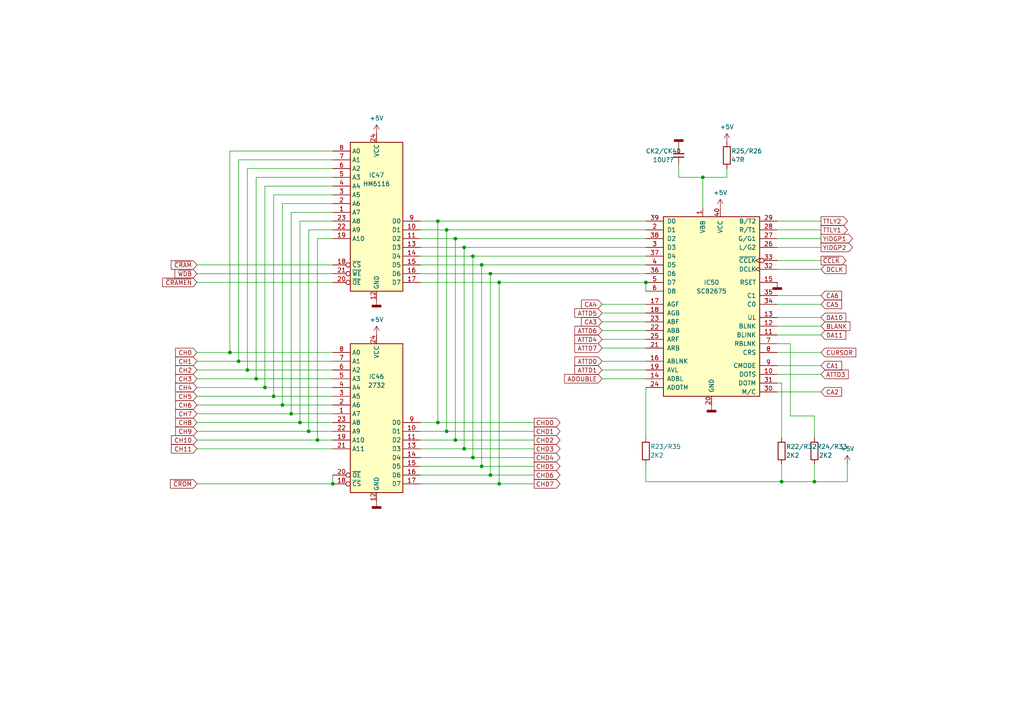
<source format=kicad_sch>
(kicad_sch
	(version 20231120)
	(generator "eeschema")
	(generator_version "8.0")
	(uuid "5ac4c35b-f22f-4741-9582-1cd07e7fcf30")
	(paper "A4")
	(title_block
		(title "PARTNER GDP")
		(company "Oddbit Retro")
	)
	(lib_symbols
		(symbol "2764_1"
			(exclude_from_sim no)
			(in_bom yes)
			(on_board yes)
			(property "Reference" "IC46"
				(at 0 12.065 0)
				(effects
					(font
						(size 1.27 1.27)
					)
				)
			)
			(property "Value" "2732"
				(at 0 9.525 0)
				(effects
					(font
						(size 1.27 1.27)
					)
				)
			)
			(property "Footprint" "Package_DIP:DIP-28_W15.24mm"
				(at 0 3.81 0)
				(effects
					(font
						(size 1.27 1.27)
					)
					(hide yes)
				)
			)
			(property "Datasheet" "https://downloads.reactivemicro.com/Electronics/ROM/2764%20EPROM.pdf"
				(at 0 3.81 0)
				(effects
					(font
						(size 1.27 1.27)
					)
					(hide yes)
				)
			)
			(property "Description" "EPROM 64 KiBit, [Obsolete 2000-11]"
				(at 0 0 0)
				(effects
					(font
						(size 1.27 1.27)
					)
					(hide yes)
				)
			)
			(property "ki_keywords" "EPROM 64KiBit"
				(at 0 0 0)
				(effects
					(font
						(size 1.27 1.27)
					)
					(hide yes)
				)
			)
			(property "ki_fp_filters" "DIP*W15.24mm*"
				(at 0 0 0)
				(effects
					(font
						(size 1.27 1.27)
					)
					(hide yes)
				)
			)
			(symbol "2764_1_1_1"
				(rectangle
					(start -7.62 21.59)
					(end 7.62 -21.59)
					(stroke
						(width 0.254)
						(type default)
					)
					(fill
						(type background)
					)
				)
				(pin input line
					(at -12.7 1.27 0)
					(length 5.08)
					(name "A7"
						(effects
							(font
								(size 1.27 1.27)
							)
						)
					)
					(number "1"
						(effects
							(font
								(size 1.27 1.27)
							)
						)
					)
				)
				(pin tri_state line
					(at 12.7 -3.81 180)
					(length 5.08)
					(name "D1"
						(effects
							(font
								(size 1.27 1.27)
							)
						)
					)
					(number "10"
						(effects
							(font
								(size 1.27 1.27)
							)
						)
					)
				)
				(pin tri_state line
					(at 12.7 -6.35 180)
					(length 5.08)
					(name "D2"
						(effects
							(font
								(size 1.27 1.27)
							)
						)
					)
					(number "11"
						(effects
							(font
								(size 1.27 1.27)
							)
						)
					)
				)
				(pin power_in line
					(at 0 -24.13 90)
					(length 2.54)
					(name "GND"
						(effects
							(font
								(size 1.27 1.27)
							)
						)
					)
					(number "12"
						(effects
							(font
								(size 1.27 1.27)
							)
						)
					)
				)
				(pin tri_state line
					(at 12.7 -8.89 180)
					(length 5.08)
					(name "D3"
						(effects
							(font
								(size 1.27 1.27)
							)
						)
					)
					(number "13"
						(effects
							(font
								(size 1.27 1.27)
							)
						)
					)
				)
				(pin tri_state line
					(at 12.7 -11.43 180)
					(length 5.08)
					(name "D4"
						(effects
							(font
								(size 1.27 1.27)
							)
						)
					)
					(number "14"
						(effects
							(font
								(size 1.27 1.27)
							)
						)
					)
				)
				(pin tri_state line
					(at 12.7 -13.97 180)
					(length 5.08)
					(name "D5"
						(effects
							(font
								(size 1.27 1.27)
							)
						)
					)
					(number "15"
						(effects
							(font
								(size 1.27 1.27)
							)
						)
					)
				)
				(pin tri_state line
					(at 12.7 -16.51 180)
					(length 5.08)
					(name "D6"
						(effects
							(font
								(size 1.27 1.27)
							)
						)
					)
					(number "16"
						(effects
							(font
								(size 1.27 1.27)
							)
						)
					)
				)
				(pin tri_state line
					(at 12.7 -19.05 180)
					(length 5.08)
					(name "D7"
						(effects
							(font
								(size 1.27 1.27)
							)
						)
					)
					(number "17"
						(effects
							(font
								(size 1.27 1.27)
							)
						)
					)
				)
				(pin input inverted
					(at -12.7 -19.05 0)
					(length 5.08)
					(name "~{CS}"
						(effects
							(font
								(size 1.27 1.27)
							)
						)
					)
					(number "18"
						(effects
							(font
								(size 1.27 1.27)
							)
						)
					)
				)
				(pin input line
					(at -12.7 -6.35 0)
					(length 5.08)
					(name "A10"
						(effects
							(font
								(size 1.27 1.27)
							)
						)
					)
					(number "19"
						(effects
							(font
								(size 1.27 1.27)
							)
						)
					)
				)
				(pin input line
					(at -12.7 3.81 0)
					(length 5.08)
					(name "A6"
						(effects
							(font
								(size 1.27 1.27)
							)
						)
					)
					(number "2"
						(effects
							(font
								(size 1.27 1.27)
							)
						)
					)
				)
				(pin input inverted
					(at -12.7 -16.51 0)
					(length 5.08)
					(name "~{OE}"
						(effects
							(font
								(size 1.27 1.27)
							)
						)
					)
					(number "20"
						(effects
							(font
								(size 1.27 1.27)
							)
						)
					)
				)
				(pin input line
					(at -12.7 -8.89 0)
					(length 5.08)
					(name "A11"
						(effects
							(font
								(size 1.27 1.27)
							)
						)
					)
					(number "21"
						(effects
							(font
								(size 1.27 1.27)
							)
						)
					)
				)
				(pin input line
					(at -12.7 -3.81 0)
					(length 5.08)
					(name "A9"
						(effects
							(font
								(size 1.27 1.27)
							)
						)
					)
					(number "22"
						(effects
							(font
								(size 1.27 1.27)
							)
						)
					)
				)
				(pin input line
					(at -12.7 -1.27 0)
					(length 5.08)
					(name "A8"
						(effects
							(font
								(size 1.27 1.27)
							)
						)
					)
					(number "23"
						(effects
							(font
								(size 1.27 1.27)
							)
						)
					)
				)
				(pin power_in line
					(at 0 24.13 270)
					(length 2.54)
					(name "VCC"
						(effects
							(font
								(size 1.27 1.27)
							)
						)
					)
					(number "24"
						(effects
							(font
								(size 1.27 1.27)
							)
						)
					)
				)
				(pin no_connect line
					(at 10.16 3.81 180)
					(length 5.08) hide
					(name "NC"
						(effects
							(font
								(size 1.27 1.27)
							)
						)
					)
					(number "26"
						(effects
							(font
								(size 1.27 1.27)
							)
						)
					)
				)
				(pin input line
					(at -12.7 6.35 0)
					(length 5.08)
					(name "A5"
						(effects
							(font
								(size 1.27 1.27)
							)
						)
					)
					(number "3"
						(effects
							(font
								(size 1.27 1.27)
							)
						)
					)
				)
				(pin input line
					(at -12.7 8.89 0)
					(length 5.08)
					(name "A4"
						(effects
							(font
								(size 1.27 1.27)
							)
						)
					)
					(number "4"
						(effects
							(font
								(size 1.27 1.27)
							)
						)
					)
				)
				(pin input line
					(at -12.7 11.43 0)
					(length 5.08)
					(name "A3"
						(effects
							(font
								(size 1.27 1.27)
							)
						)
					)
					(number "5"
						(effects
							(font
								(size 1.27 1.27)
							)
						)
					)
				)
				(pin input line
					(at -12.7 13.97 0)
					(length 5.08)
					(name "A2"
						(effects
							(font
								(size 1.27 1.27)
							)
						)
					)
					(number "6"
						(effects
							(font
								(size 1.27 1.27)
							)
						)
					)
				)
				(pin input line
					(at -12.7 16.51 0)
					(length 5.08)
					(name "A1"
						(effects
							(font
								(size 1.27 1.27)
							)
						)
					)
					(number "7"
						(effects
							(font
								(size 1.27 1.27)
							)
						)
					)
				)
				(pin input line
					(at -12.7 19.05 0)
					(length 5.08)
					(name "A0"
						(effects
							(font
								(size 1.27 1.27)
							)
						)
					)
					(number "8"
						(effects
							(font
								(size 1.27 1.27)
							)
						)
					)
				)
				(pin tri_state line
					(at 12.7 -1.27 180)
					(length 5.08)
					(name "D0"
						(effects
							(font
								(size 1.27 1.27)
							)
						)
					)
					(number "9"
						(effects
							(font
								(size 1.27 1.27)
							)
						)
					)
				)
			)
		)
		(symbol "2764_2"
			(exclude_from_sim no)
			(in_bom yes)
			(on_board yes)
			(property "Reference" "IC47"
				(at 0 12.065 0)
				(effects
					(font
						(size 1.27 1.27)
					)
				)
			)
			(property "Value" "HM6116"
				(at 0 9.525 0)
				(effects
					(font
						(size 1.27 1.27)
					)
				)
			)
			(property "Footprint" "Package_DIP:DIP-28_W15.24mm"
				(at 0 3.81 0)
				(effects
					(font
						(size 1.27 1.27)
					)
					(hide yes)
				)
			)
			(property "Datasheet" "https://downloads.reactivemicro.com/Electronics/ROM/2764%20EPROM.pdf"
				(at 0 3.81 0)
				(effects
					(font
						(size 1.27 1.27)
					)
					(hide yes)
				)
			)
			(property "Description" "EPROM 64 KiBit, [Obsolete 2000-11]"
				(at 0 0 0)
				(effects
					(font
						(size 1.27 1.27)
					)
					(hide yes)
				)
			)
			(property "ki_keywords" "EPROM 64KiBit"
				(at 0 0 0)
				(effects
					(font
						(size 1.27 1.27)
					)
					(hide yes)
				)
			)
			(property "ki_fp_filters" "DIP*W15.24mm*"
				(at 0 0 0)
				(effects
					(font
						(size 1.27 1.27)
					)
					(hide yes)
				)
			)
			(symbol "2764_2_1_1"
				(rectangle
					(start -7.62 21.59)
					(end 7.62 -21.59)
					(stroke
						(width 0.254)
						(type default)
					)
					(fill
						(type background)
					)
				)
				(pin input line
					(at -12.7 1.27 0)
					(length 5.08)
					(name "A7"
						(effects
							(font
								(size 1.27 1.27)
							)
						)
					)
					(number "1"
						(effects
							(font
								(size 1.27 1.27)
							)
						)
					)
				)
				(pin tri_state line
					(at 12.7 -3.81 180)
					(length 5.08)
					(name "D1"
						(effects
							(font
								(size 1.27 1.27)
							)
						)
					)
					(number "10"
						(effects
							(font
								(size 1.27 1.27)
							)
						)
					)
				)
				(pin tri_state line
					(at 12.7 -6.35 180)
					(length 5.08)
					(name "D2"
						(effects
							(font
								(size 1.27 1.27)
							)
						)
					)
					(number "11"
						(effects
							(font
								(size 1.27 1.27)
							)
						)
					)
				)
				(pin power_in line
					(at 0 -24.13 90)
					(length 2.54)
					(name "GND"
						(effects
							(font
								(size 1.27 1.27)
							)
						)
					)
					(number "12"
						(effects
							(font
								(size 1.27 1.27)
							)
						)
					)
				)
				(pin tri_state line
					(at 12.7 -8.89 180)
					(length 5.08)
					(name "D3"
						(effects
							(font
								(size 1.27 1.27)
							)
						)
					)
					(number "13"
						(effects
							(font
								(size 1.27 1.27)
							)
						)
					)
				)
				(pin tri_state line
					(at 12.7 -11.43 180)
					(length 5.08)
					(name "D4"
						(effects
							(font
								(size 1.27 1.27)
							)
						)
					)
					(number "14"
						(effects
							(font
								(size 1.27 1.27)
							)
						)
					)
				)
				(pin tri_state line
					(at 12.7 -13.97 180)
					(length 5.08)
					(name "D5"
						(effects
							(font
								(size 1.27 1.27)
							)
						)
					)
					(number "15"
						(effects
							(font
								(size 1.27 1.27)
							)
						)
					)
				)
				(pin tri_state line
					(at 12.7 -16.51 180)
					(length 5.08)
					(name "D6"
						(effects
							(font
								(size 1.27 1.27)
							)
						)
					)
					(number "16"
						(effects
							(font
								(size 1.27 1.27)
							)
						)
					)
				)
				(pin tri_state line
					(at 12.7 -19.05 180)
					(length 5.08)
					(name "D7"
						(effects
							(font
								(size 1.27 1.27)
							)
						)
					)
					(number "17"
						(effects
							(font
								(size 1.27 1.27)
							)
						)
					)
				)
				(pin input inverted
					(at -12.7 -13.97 0)
					(length 5.08)
					(name "~{CS}"
						(effects
							(font
								(size 1.27 1.27)
							)
						)
					)
					(number "18"
						(effects
							(font
								(size 1.27 1.27)
							)
						)
					)
				)
				(pin input line
					(at -12.7 -6.35 0)
					(length 5.08)
					(name "A10"
						(effects
							(font
								(size 1.27 1.27)
							)
						)
					)
					(number "19"
						(effects
							(font
								(size 1.27 1.27)
							)
						)
					)
				)
				(pin input line
					(at -12.7 3.81 0)
					(length 5.08)
					(name "A6"
						(effects
							(font
								(size 1.27 1.27)
							)
						)
					)
					(number "2"
						(effects
							(font
								(size 1.27 1.27)
							)
						)
					)
				)
				(pin input inverted
					(at -12.7 -19.05 0)
					(length 5.08)
					(name "~{OE}"
						(effects
							(font
								(size 1.27 1.27)
							)
						)
					)
					(number "20"
						(effects
							(font
								(size 1.27 1.27)
							)
						)
					)
				)
				(pin input inverted
					(at -12.7 -16.51 0)
					(length 5.08)
					(name "~{WE}"
						(effects
							(font
								(size 1.27 1.27)
							)
						)
					)
					(number "21"
						(effects
							(font
								(size 1.27 1.27)
							)
						)
					)
				)
				(pin input line
					(at -12.7 -3.81 0)
					(length 5.08)
					(name "A9"
						(effects
							(font
								(size 1.27 1.27)
							)
						)
					)
					(number "22"
						(effects
							(font
								(size 1.27 1.27)
							)
						)
					)
				)
				(pin input line
					(at -12.7 -1.27 0)
					(length 5.08)
					(name "A8"
						(effects
							(font
								(size 1.27 1.27)
							)
						)
					)
					(number "23"
						(effects
							(font
								(size 1.27 1.27)
							)
						)
					)
				)
				(pin power_in line
					(at 0 24.13 270)
					(length 2.54)
					(name "VCC"
						(effects
							(font
								(size 1.27 1.27)
							)
						)
					)
					(number "24"
						(effects
							(font
								(size 1.27 1.27)
							)
						)
					)
				)
				(pin no_connect line
					(at 10.16 3.81 180)
					(length 5.08) hide
					(name "NC"
						(effects
							(font
								(size 1.27 1.27)
							)
						)
					)
					(number "26"
						(effects
							(font
								(size 1.27 1.27)
							)
						)
					)
				)
				(pin input line
					(at -12.7 6.35 0)
					(length 5.08)
					(name "A5"
						(effects
							(font
								(size 1.27 1.27)
							)
						)
					)
					(number "3"
						(effects
							(font
								(size 1.27 1.27)
							)
						)
					)
				)
				(pin input line
					(at -12.7 8.89 0)
					(length 5.08)
					(name "A4"
						(effects
							(font
								(size 1.27 1.27)
							)
						)
					)
					(number "4"
						(effects
							(font
								(size 1.27 1.27)
							)
						)
					)
				)
				(pin input line
					(at -12.7 11.43 0)
					(length 5.08)
					(name "A3"
						(effects
							(font
								(size 1.27 1.27)
							)
						)
					)
					(number "5"
						(effects
							(font
								(size 1.27 1.27)
							)
						)
					)
				)
				(pin input line
					(at -12.7 13.97 0)
					(length 5.08)
					(name "A2"
						(effects
							(font
								(size 1.27 1.27)
							)
						)
					)
					(number "6"
						(effects
							(font
								(size 1.27 1.27)
							)
						)
					)
				)
				(pin input line
					(at -12.7 16.51 0)
					(length 5.08)
					(name "A1"
						(effects
							(font
								(size 1.27 1.27)
							)
						)
					)
					(number "7"
						(effects
							(font
								(size 1.27 1.27)
							)
						)
					)
				)
				(pin input line
					(at -12.7 19.05 0)
					(length 5.08)
					(name "A0"
						(effects
							(font
								(size 1.27 1.27)
							)
						)
					)
					(number "8"
						(effects
							(font
								(size 1.27 1.27)
							)
						)
					)
				)
				(pin tri_state line
					(at 12.7 -1.27 180)
					(length 5.08)
					(name "D0"
						(effects
							(font
								(size 1.27 1.27)
							)
						)
					)
					(number "9"
						(effects
							(font
								(size 1.27 1.27)
							)
						)
					)
				)
			)
		)
		(symbol "Device:C_Small"
			(pin_numbers hide)
			(pin_names
				(offset 0.254) hide)
			(exclude_from_sim no)
			(in_bom yes)
			(on_board yes)
			(property "Reference" "C"
				(at 0.254 1.778 0)
				(effects
					(font
						(size 1.27 1.27)
					)
					(justify left)
				)
			)
			(property "Value" "C_Small"
				(at 0.254 -2.032 0)
				(effects
					(font
						(size 1.27 1.27)
					)
					(justify left)
				)
			)
			(property "Footprint" ""
				(at 0 0 0)
				(effects
					(font
						(size 1.27 1.27)
					)
					(hide yes)
				)
			)
			(property "Datasheet" "~"
				(at 0 0 0)
				(effects
					(font
						(size 1.27 1.27)
					)
					(hide yes)
				)
			)
			(property "Description" "Unpolarized capacitor, small symbol"
				(at 0 0 0)
				(effects
					(font
						(size 1.27 1.27)
					)
					(hide yes)
				)
			)
			(property "ki_keywords" "capacitor cap"
				(at 0 0 0)
				(effects
					(font
						(size 1.27 1.27)
					)
					(hide yes)
				)
			)
			(property "ki_fp_filters" "C_*"
				(at 0 0 0)
				(effects
					(font
						(size 1.27 1.27)
					)
					(hide yes)
				)
			)
			(symbol "C_Small_0_1"
				(polyline
					(pts
						(xy -1.524 -0.508) (xy 1.524 -0.508)
					)
					(stroke
						(width 0.3302)
						(type default)
					)
					(fill
						(type none)
					)
				)
				(polyline
					(pts
						(xy -1.524 0.508) (xy 1.524 0.508)
					)
					(stroke
						(width 0.3048)
						(type default)
					)
					(fill
						(type none)
					)
				)
			)
			(symbol "C_Small_1_1"
				(pin passive line
					(at 0 2.54 270)
					(length 2.032)
					(name "~"
						(effects
							(font
								(size 1.27 1.27)
							)
						)
					)
					(number "1"
						(effects
							(font
								(size 1.27 1.27)
							)
						)
					)
				)
				(pin passive line
					(at 0 -2.54 90)
					(length 2.032)
					(name "~"
						(effects
							(font
								(size 1.27 1.27)
							)
						)
					)
					(number "2"
						(effects
							(font
								(size 1.27 1.27)
							)
						)
					)
				)
			)
		)
		(symbol "Device:R"
			(pin_numbers hide)
			(pin_names
				(offset 0)
			)
			(exclude_from_sim no)
			(in_bom yes)
			(on_board yes)
			(property "Reference" "R"
				(at 2.032 0 90)
				(effects
					(font
						(size 1.27 1.27)
					)
				)
			)
			(property "Value" "R"
				(at 0 0 90)
				(effects
					(font
						(size 1.27 1.27)
					)
				)
			)
			(property "Footprint" ""
				(at -1.778 0 90)
				(effects
					(font
						(size 1.27 1.27)
					)
					(hide yes)
				)
			)
			(property "Datasheet" "~"
				(at 0 0 0)
				(effects
					(font
						(size 1.27 1.27)
					)
					(hide yes)
				)
			)
			(property "Description" "Resistor"
				(at 0 0 0)
				(effects
					(font
						(size 1.27 1.27)
					)
					(hide yes)
				)
			)
			(property "ki_keywords" "R res resistor"
				(at 0 0 0)
				(effects
					(font
						(size 1.27 1.27)
					)
					(hide yes)
				)
			)
			(property "ki_fp_filters" "R_*"
				(at 0 0 0)
				(effects
					(font
						(size 1.27 1.27)
					)
					(hide yes)
				)
			)
			(symbol "R_0_1"
				(rectangle
					(start -1.016 -2.54)
					(end 1.016 2.54)
					(stroke
						(width 0.254)
						(type default)
					)
					(fill
						(type none)
					)
				)
			)
			(symbol "R_1_1"
				(pin passive line
					(at 0 3.81 270)
					(length 1.27)
					(name "~"
						(effects
							(font
								(size 1.27 1.27)
							)
						)
					)
					(number "1"
						(effects
							(font
								(size 1.27 1.27)
							)
						)
					)
				)
				(pin passive line
					(at 0 -3.81 90)
					(length 1.27)
					(name "~"
						(effects
							(font
								(size 1.27 1.27)
							)
						)
					)
					(number "2"
						(effects
							(font
								(size 1.27 1.27)
							)
						)
					)
				)
			)
		)
		(symbol "MCU_Parallax:P8X32A-D40"
			(pin_names
				(offset 1.016)
			)
			(exclude_from_sim no)
			(in_bom yes)
			(on_board yes)
			(property "Reference" "IC50"
				(at 0 7.62 0)
				(effects
					(font
						(size 1.27 1.27)
					)
				)
			)
			(property "Value" "SCB2675"
				(at 0 5.08 0)
				(effects
					(font
						(size 1.27 1.27)
					)
				)
			)
			(property "Footprint" "Package_DIP:DIP-40_W15.24mm"
				(at 0 33.02 0)
				(effects
					(font
						(size 1.27 1.27)
					)
					(hide yes)
				)
			)
			(property "Datasheet" "N/A"
				(at 0 2.54 0)
				(effects
					(font
						(size 1.27 1.27)
					)
					(hide yes)
				)
			)
			(property "Description" "Parallax Propeller 8 core, 32 bit, 80 MHz microcontroller, 3.3VDC, 40-pin DIP"
				(at 0 0 0)
				(effects
					(font
						(size 1.27 1.27)
					)
					(hide yes)
				)
			)
			(property "ki_keywords" "microcontroller multicore Parallax Propeller DIP"
				(at 0 0 0)
				(effects
					(font
						(size 1.27 1.27)
					)
					(hide yes)
				)
			)
			(property "ki_fp_filters" "DIP*40*W15.24mm*"
				(at 0 0 0)
				(effects
					(font
						(size 1.27 1.27)
					)
					(hide yes)
				)
			)
			(symbol "P8X32A-D40_0_1"
				(rectangle
					(start -13.97 26.67)
					(end 13.97 -25.4)
					(stroke
						(width 0.254)
						(type default)
					)
					(fill
						(type background)
					)
				)
			)
			(symbol "P8X32A-D40_1_1"
				(pin power_in line
					(at -2.54 29.21 270)
					(length 2.54)
					(name "VBB"
						(effects
							(font
								(size 1.27 1.27)
							)
						)
					)
					(number "1"
						(effects
							(font
								(size 1.27 1.27)
							)
						)
					)
				)
				(pin bidirectional line
					(at 19.05 -19.05 180)
					(length 5.08)
					(name "DOTS"
						(effects
							(font
								(size 1.27 1.27)
							)
						)
					)
					(number "10"
						(effects
							(font
								(size 1.27 1.27)
							)
						)
					)
				)
				(pin bidirectional line
					(at 19.05 -7.62 180)
					(length 5.08)
					(name "BLINK"
						(effects
							(font
								(size 1.27 1.27)
							)
						)
					)
					(number "11"
						(effects
							(font
								(size 1.27 1.27)
							)
						)
					)
				)
				(pin bidirectional line
					(at 19.05 -5.08 180)
					(length 5.08)
					(name "BLNK"
						(effects
							(font
								(size 1.27 1.27)
							)
						)
					)
					(number "12"
						(effects
							(font
								(size 1.27 1.27)
							)
						)
					)
				)
				(pin bidirectional line
					(at 19.05 -2.54 180)
					(length 5.08)
					(name "UL"
						(effects
							(font
								(size 1.27 1.27)
							)
						)
					)
					(number "13"
						(effects
							(font
								(size 1.27 1.27)
							)
						)
					)
				)
				(pin bidirectional line
					(at -19.05 -20.32 0)
					(length 5.08)
					(name "ADBL"
						(effects
							(font
								(size 1.27 1.27)
							)
						)
					)
					(number "14"
						(effects
							(font
								(size 1.27 1.27)
							)
						)
					)
				)
				(pin bidirectional line
					(at 19.05 7.62 180)
					(length 5.08)
					(name "RSET"
						(effects
							(font
								(size 1.27 1.27)
							)
						)
					)
					(number "15"
						(effects
							(font
								(size 1.27 1.27)
							)
						)
					)
				)
				(pin bidirectional line
					(at -19.05 -15.24 0)
					(length 5.08)
					(name "ABLNK"
						(effects
							(font
								(size 1.27 1.27)
							)
						)
					)
					(number "16"
						(effects
							(font
								(size 1.27 1.27)
							)
						)
					)
				)
				(pin bidirectional line
					(at -19.05 1.27 0)
					(length 5.08)
					(name "AGF"
						(effects
							(font
								(size 1.27 1.27)
							)
						)
					)
					(number "17"
						(effects
							(font
								(size 1.27 1.27)
							)
						)
					)
				)
				(pin bidirectional line
					(at -19.05 -1.27 0)
					(length 5.08)
					(name "AGB"
						(effects
							(font
								(size 1.27 1.27)
							)
						)
					)
					(number "18"
						(effects
							(font
								(size 1.27 1.27)
							)
						)
					)
				)
				(pin bidirectional line
					(at -19.05 -17.78 0)
					(length 5.08)
					(name "AVL"
						(effects
							(font
								(size 1.27 1.27)
							)
						)
					)
					(number "19"
						(effects
							(font
								(size 1.27 1.27)
							)
						)
					)
				)
				(pin bidirectional line
					(at -19.05 22.86 0)
					(length 5.08)
					(name "D1"
						(effects
							(font
								(size 1.27 1.27)
							)
						)
					)
					(number "2"
						(effects
							(font
								(size 1.27 1.27)
							)
						)
					)
				)
				(pin power_in line
					(at 0 -27.94 90)
					(length 2.54)
					(name "GND"
						(effects
							(font
								(size 1.27 1.27)
							)
						)
					)
					(number "20"
						(effects
							(font
								(size 1.27 1.27)
							)
						)
					)
				)
				(pin bidirectional line
					(at -19.05 -11.43 0)
					(length 5.08)
					(name "ARB"
						(effects
							(font
								(size 1.27 1.27)
							)
						)
					)
					(number "21"
						(effects
							(font
								(size 1.27 1.27)
							)
						)
					)
				)
				(pin bidirectional line
					(at -19.05 -6.35 0)
					(length 5.08)
					(name "ABB"
						(effects
							(font
								(size 1.27 1.27)
							)
						)
					)
					(number "22"
						(effects
							(font
								(size 1.27 1.27)
							)
						)
					)
				)
				(pin bidirectional line
					(at -19.05 -3.81 0)
					(length 5.08)
					(name "ABF"
						(effects
							(font
								(size 1.27 1.27)
							)
						)
					)
					(number "23"
						(effects
							(font
								(size 1.27 1.27)
							)
						)
					)
				)
				(pin bidirectional line
					(at -19.05 -22.86 0)
					(length 5.08)
					(name "ADOTM"
						(effects
							(font
								(size 1.27 1.27)
							)
						)
					)
					(number "24"
						(effects
							(font
								(size 1.27 1.27)
							)
						)
					)
				)
				(pin bidirectional line
					(at -19.05 -8.89 0)
					(length 5.08)
					(name "ARF"
						(effects
							(font
								(size 1.27 1.27)
							)
						)
					)
					(number "25"
						(effects
							(font
								(size 1.27 1.27)
							)
						)
					)
				)
				(pin bidirectional line
					(at 19.05 17.78 180)
					(length 5.08)
					(name "L/G2"
						(effects
							(font
								(size 1.27 1.27)
							)
						)
					)
					(number "26"
						(effects
							(font
								(size 1.27 1.27)
							)
						)
					)
				)
				(pin bidirectional line
					(at 19.05 20.32 180)
					(length 5.08)
					(name "G/G1"
						(effects
							(font
								(size 1.27 1.27)
							)
						)
					)
					(number "27"
						(effects
							(font
								(size 1.27 1.27)
							)
						)
					)
				)
				(pin bidirectional line
					(at 19.05 22.86 180)
					(length 5.08)
					(name "R/T1"
						(effects
							(font
								(size 1.27 1.27)
							)
						)
					)
					(number "28"
						(effects
							(font
								(size 1.27 1.27)
							)
						)
					)
				)
				(pin bidirectional line
					(at 19.05 25.4 180)
					(length 5.08)
					(name "B/T2"
						(effects
							(font
								(size 1.27 1.27)
							)
						)
					)
					(number "29"
						(effects
							(font
								(size 1.27 1.27)
							)
						)
					)
				)
				(pin bidirectional line
					(at -19.05 17.78 0)
					(length 5.08)
					(name "D3"
						(effects
							(font
								(size 1.27 1.27)
							)
						)
					)
					(number "3"
						(effects
							(font
								(size 1.27 1.27)
							)
						)
					)
				)
				(pin bidirectional line
					(at 19.05 -24.13 180)
					(length 5.08)
					(name "M/C"
						(effects
							(font
								(size 1.27 1.27)
							)
						)
					)
					(number "30"
						(effects
							(font
								(size 1.27 1.27)
							)
						)
					)
				)
				(pin bidirectional line
					(at 19.05 -21.59 180)
					(length 5.08)
					(name "DOTM"
						(effects
							(font
								(size 1.27 1.27)
							)
						)
					)
					(number "31"
						(effects
							(font
								(size 1.27 1.27)
							)
						)
					)
				)
				(pin bidirectional clock
					(at 19.05 11.43 180)
					(length 5.08)
					(name "DCLK"
						(effects
							(font
								(size 1.27 1.27)
							)
						)
					)
					(number "32"
						(effects
							(font
								(size 1.27 1.27)
							)
						)
					)
				)
				(pin bidirectional inverted_clock
					(at 19.05 13.97 180)
					(length 5.08)
					(name "~{CCLK}"
						(effects
							(font
								(size 1.27 1.27)
							)
						)
					)
					(number "33"
						(effects
							(font
								(size 1.27 1.27)
							)
						)
					)
				)
				(pin bidirectional line
					(at 19.05 1.27 180)
					(length 5.08)
					(name "C0"
						(effects
							(font
								(size 1.27 1.27)
							)
						)
					)
					(number "34"
						(effects
							(font
								(size 1.27 1.27)
							)
						)
					)
				)
				(pin bidirectional line
					(at 19.05 3.81 180)
					(length 5.08)
					(name "C1"
						(effects
							(font
								(size 1.27 1.27)
							)
						)
					)
					(number "35"
						(effects
							(font
								(size 1.27 1.27)
							)
						)
					)
				)
				(pin bidirectional line
					(at -19.05 10.16 0)
					(length 5.08)
					(name "D6"
						(effects
							(font
								(size 1.27 1.27)
							)
						)
					)
					(number "36"
						(effects
							(font
								(size 1.27 1.27)
							)
						)
					)
				)
				(pin bidirectional line
					(at -19.05 15.24 0)
					(length 5.08)
					(name "D4"
						(effects
							(font
								(size 1.27 1.27)
							)
						)
					)
					(number "37"
						(effects
							(font
								(size 1.27 1.27)
							)
						)
					)
				)
				(pin bidirectional line
					(at -19.05 20.32 0)
					(length 5.08)
					(name "D2"
						(effects
							(font
								(size 1.27 1.27)
							)
						)
					)
					(number "38"
						(effects
							(font
								(size 1.27 1.27)
							)
						)
					)
				)
				(pin bidirectional line
					(at -19.05 25.4 0)
					(length 5.08)
					(name "D0"
						(effects
							(font
								(size 1.27 1.27)
							)
						)
					)
					(number "39"
						(effects
							(font
								(size 1.27 1.27)
							)
						)
					)
				)
				(pin bidirectional line
					(at -19.05 12.7 0)
					(length 5.08)
					(name "D5"
						(effects
							(font
								(size 1.27 1.27)
							)
						)
					)
					(number "4"
						(effects
							(font
								(size 1.27 1.27)
							)
						)
					)
				)
				(pin power_in line
					(at 2.54 29.21 270)
					(length 2.54)
					(name "VCC"
						(effects
							(font
								(size 1.27 1.27)
							)
						)
					)
					(number "40"
						(effects
							(font
								(size 1.27 1.27)
							)
						)
					)
				)
				(pin bidirectional line
					(at -19.05 7.62 0)
					(length 5.08)
					(name "D7"
						(effects
							(font
								(size 1.27 1.27)
							)
						)
					)
					(number "5"
						(effects
							(font
								(size 1.27 1.27)
							)
						)
					)
				)
				(pin bidirectional line
					(at -19.05 5.08 0)
					(length 5.08)
					(name "D8"
						(effects
							(font
								(size 1.27 1.27)
							)
						)
					)
					(number "6"
						(effects
							(font
								(size 1.27 1.27)
							)
						)
					)
				)
				(pin bidirectional line
					(at 19.05 -10.16 180)
					(length 5.08)
					(name "RBLNK"
						(effects
							(font
								(size 1.27 1.27)
							)
						)
					)
					(number "7"
						(effects
							(font
								(size 1.27 1.27)
							)
						)
					)
				)
				(pin bidirectional line
					(at 19.05 -12.7 180)
					(length 5.08)
					(name "CRS"
						(effects
							(font
								(size 1.27 1.27)
							)
						)
					)
					(number "8"
						(effects
							(font
								(size 1.27 1.27)
							)
						)
					)
				)
				(pin bidirectional line
					(at 19.05 -16.51 180)
					(length 5.08)
					(name "CMODE"
						(effects
							(font
								(size 1.27 1.27)
							)
						)
					)
					(number "9"
						(effects
							(font
								(size 1.27 1.27)
							)
						)
					)
				)
			)
		)
		(symbol "power:+5V"
			(power)
			(pin_names
				(offset 0)
			)
			(exclude_from_sim no)
			(in_bom yes)
			(on_board yes)
			(property "Reference" "#PWR"
				(at 0 -3.81 0)
				(effects
					(font
						(size 1.27 1.27)
					)
					(hide yes)
				)
			)
			(property "Value" "+5V"
				(at 0 3.556 0)
				(effects
					(font
						(size 1.27 1.27)
					)
				)
			)
			(property "Footprint" ""
				(at 0 0 0)
				(effects
					(font
						(size 1.27 1.27)
					)
					(hide yes)
				)
			)
			(property "Datasheet" ""
				(at 0 0 0)
				(effects
					(font
						(size 1.27 1.27)
					)
					(hide yes)
				)
			)
			(property "Description" "Power symbol creates a global label with name \"+5V\""
				(at 0 0 0)
				(effects
					(font
						(size 1.27 1.27)
					)
					(hide yes)
				)
			)
			(property "ki_keywords" "global power"
				(at 0 0 0)
				(effects
					(font
						(size 1.27 1.27)
					)
					(hide yes)
				)
			)
			(symbol "+5V_0_1"
				(polyline
					(pts
						(xy -0.762 1.27) (xy 0 2.54)
					)
					(stroke
						(width 0)
						(type default)
					)
					(fill
						(type none)
					)
				)
				(polyline
					(pts
						(xy 0 0) (xy 0 2.54)
					)
					(stroke
						(width 0)
						(type default)
					)
					(fill
						(type none)
					)
				)
				(polyline
					(pts
						(xy 0 2.54) (xy 0.762 1.27)
					)
					(stroke
						(width 0)
						(type default)
					)
					(fill
						(type none)
					)
				)
			)
			(symbol "+5V_1_1"
				(pin power_in line
					(at 0 0 90)
					(length 0) hide
					(name "+5V"
						(effects
							(font
								(size 1.27 1.27)
							)
						)
					)
					(number "1"
						(effects
							(font
								(size 1.27 1.27)
							)
						)
					)
				)
			)
		)
		(symbol "power:GNDD"
			(power)
			(pin_names
				(offset 0)
			)
			(exclude_from_sim no)
			(in_bom yes)
			(on_board yes)
			(property "Reference" "#PWR"
				(at 0 -6.35 0)
				(effects
					(font
						(size 1.27 1.27)
					)
					(hide yes)
				)
			)
			(property "Value" "GNDD"
				(at 0 -3.175 0)
				(effects
					(font
						(size 1.27 1.27)
					)
				)
			)
			(property "Footprint" ""
				(at 0 0 0)
				(effects
					(font
						(size 1.27 1.27)
					)
					(hide yes)
				)
			)
			(property "Datasheet" ""
				(at 0 0 0)
				(effects
					(font
						(size 1.27 1.27)
					)
					(hide yes)
				)
			)
			(property "Description" "Power symbol creates a global label with name \"GNDD\" , digital ground"
				(at 0 0 0)
				(effects
					(font
						(size 1.27 1.27)
					)
					(hide yes)
				)
			)
			(property "ki_keywords" "global power"
				(at 0 0 0)
				(effects
					(font
						(size 1.27 1.27)
					)
					(hide yes)
				)
			)
			(symbol "GNDD_0_1"
				(rectangle
					(start -1.27 -1.524)
					(end 1.27 -2.032)
					(stroke
						(width 0.254)
						(type default)
					)
					(fill
						(type outline)
					)
				)
				(polyline
					(pts
						(xy 0 0) (xy 0 -1.524)
					)
					(stroke
						(width 0)
						(type default)
					)
					(fill
						(type none)
					)
				)
			)
			(symbol "GNDD_1_1"
				(pin power_in line
					(at 0 0 270)
					(length 0) hide
					(name "GNDD"
						(effects
							(font
								(size 1.27 1.27)
							)
						)
					)
					(number "1"
						(effects
							(font
								(size 1.27 1.27)
							)
						)
					)
				)
			)
		)
	)
	(junction
		(at 129.54 125.095)
		(diameter 0)
		(color 0 0 0 0)
		(uuid "05a10a35-1da3-4686-ba99-bfa2893c5c43")
	)
	(junction
		(at 236.22 139.7)
		(diameter 0)
		(color 0 0 0 0)
		(uuid "0936b262-8eb2-45ed-be70-d53b1ceb74e5")
	)
	(junction
		(at 134.62 71.755)
		(diameter 0)
		(color 0 0 0 0)
		(uuid "0db845b9-afea-433c-9114-31a947b4eed8")
	)
	(junction
		(at 76.835 112.395)
		(diameter 0)
		(color 0 0 0 0)
		(uuid "16331f7e-cb46-48ca-8e7a-3514098245d0")
	)
	(junction
		(at 84.455 120.015)
		(diameter 0)
		(color 0 0 0 0)
		(uuid "1e019270-bbc0-4c29-90ca-a4ff92e696b0")
	)
	(junction
		(at 144.78 140.335)
		(diameter 0)
		(color 0 0 0 0)
		(uuid "21e9dc8a-24f7-4e65-b79e-c5eacec4c341")
	)
	(junction
		(at 79.375 114.935)
		(diameter 0)
		(color 0 0 0 0)
		(uuid "35d42d27-b888-4598-9696-66780dce51a3")
	)
	(junction
		(at 129.54 66.675)
		(diameter 0)
		(color 0 0 0 0)
		(uuid "3673a48a-6c4a-4e91-8e3a-de3537e74f3e")
	)
	(junction
		(at 92.075 127.635)
		(diameter 0)
		(color 0 0 0 0)
		(uuid "4577e764-de3b-4214-a778-f0c752980c5a")
	)
	(junction
		(at 134.62 130.175)
		(diameter 0)
		(color 0 0 0 0)
		(uuid "47ca4ee2-bc7b-456b-918d-2eba7080fae8")
	)
	(junction
		(at 71.755 107.315)
		(diameter 0)
		(color 0 0 0 0)
		(uuid "679e3327-471b-4cd6-bcd4-b09be3b7ea37")
	)
	(junction
		(at 96.52 140.335)
		(diameter 0)
		(color 0 0 0 0)
		(uuid "6b5c0428-427f-4a54-8681-09e809b56a1a")
	)
	(junction
		(at 187.325 81.915)
		(diameter 0)
		(color 0 0 0 0)
		(uuid "7648f48c-2feb-484b-8f6a-8ae8367cdd31")
	)
	(junction
		(at 132.08 69.215)
		(diameter 0)
		(color 0 0 0 0)
		(uuid "7e8a3ba2-a765-4c81-b189-cb9d33b4730b")
	)
	(junction
		(at 139.7 135.255)
		(diameter 0)
		(color 0 0 0 0)
		(uuid "86b1ad81-2951-42a2-be45-1e0667facd69")
	)
	(junction
		(at 137.16 132.715)
		(diameter 0)
		(color 0 0 0 0)
		(uuid "883c0f97-2578-4175-9f41-b1c23a2db316")
	)
	(junction
		(at 69.215 104.775)
		(diameter 0)
		(color 0 0 0 0)
		(uuid "8b241049-9bd3-4791-872e-d0efad1ff1c6")
	)
	(junction
		(at 89.535 125.095)
		(diameter 0)
		(color 0 0 0 0)
		(uuid "93bb0bef-1fc1-48cd-8030-65f4379451e5")
	)
	(junction
		(at 74.295 109.855)
		(diameter 0)
		(color 0 0 0 0)
		(uuid "953dc23d-7e64-4968-bd95-44e90fa6c571")
	)
	(junction
		(at 66.675 102.235)
		(diameter 0)
		(color 0 0 0 0)
		(uuid "99c4822d-bd21-4fc3-be55-de8f9b206e3f")
	)
	(junction
		(at 127 64.135)
		(diameter 0)
		(color 0 0 0 0)
		(uuid "a944f595-aa7b-4193-948d-82fc02f1ea87")
	)
	(junction
		(at 139.7 76.835)
		(diameter 0)
		(color 0 0 0 0)
		(uuid "b72ad5b3-7a33-414d-a5d5-60aab3a0d2ae")
	)
	(junction
		(at 86.995 122.555)
		(diameter 0)
		(color 0 0 0 0)
		(uuid "b801537f-3156-47f0-bea4-6ae435802276")
	)
	(junction
		(at 137.16 74.295)
		(diameter 0)
		(color 0 0 0 0)
		(uuid "b817dfd1-aebf-405a-9142-b7f403421f21")
	)
	(junction
		(at 132.08 127.635)
		(diameter 0)
		(color 0 0 0 0)
		(uuid "c2f5533f-d352-4d26-8fe7-31addbf9e2f0")
	)
	(junction
		(at 203.835 51.435)
		(diameter 0)
		(color 0 0 0 0)
		(uuid "c667aba5-9c33-40d9-82ba-064b4c251329")
	)
	(junction
		(at 142.24 137.795)
		(diameter 0)
		(color 0 0 0 0)
		(uuid "ccc1c20e-ce0f-48ab-b979-b347920b2275")
	)
	(junction
		(at 127 122.555)
		(diameter 0)
		(color 0 0 0 0)
		(uuid "d7a5f85c-5cc9-4f7c-ad15-840b89cbeab1")
	)
	(junction
		(at 81.915 117.475)
		(diameter 0)
		(color 0 0 0 0)
		(uuid "daf82077-e2e4-4fce-be70-070092a44a35")
	)
	(junction
		(at 226.695 139.7)
		(diameter 0)
		(color 0 0 0 0)
		(uuid "e1f7257b-15f0-4a3e-afb8-97ac630fd260")
	)
	(junction
		(at 144.78 81.915)
		(diameter 0)
		(color 0 0 0 0)
		(uuid "e8e8e21e-e309-4983-b541-bac00310817a")
	)
	(junction
		(at 142.24 79.375)
		(diameter 0)
		(color 0 0 0 0)
		(uuid "fa2d5872-27c0-4d98-b1ce-752135189ad7")
	)
	(wire
		(pts
			(xy 74.295 51.435) (xy 96.52 51.435)
		)
		(stroke
			(width 0)
			(type default)
		)
		(uuid "01118d0e-59cc-44dd-85e9-d1a605cf440c")
	)
	(wire
		(pts
			(xy 129.54 66.675) (xy 187.325 66.675)
		)
		(stroke
			(width 0)
			(type default)
		)
		(uuid "01e3d9bb-35f4-4b32-b17b-5b17bfe5f6cd")
	)
	(wire
		(pts
			(xy 66.675 102.235) (xy 96.52 102.235)
		)
		(stroke
			(width 0)
			(type default)
		)
		(uuid "0395f7f1-7aca-4e2c-9609-9059cf88ab26")
	)
	(wire
		(pts
			(xy 225.425 94.615) (xy 238.125 94.615)
		)
		(stroke
			(width 0)
			(type default)
		)
		(uuid "03c63b91-6f20-40af-b606-50beab4ebf5a")
	)
	(wire
		(pts
			(xy 225.425 97.155) (xy 238.125 97.155)
		)
		(stroke
			(width 0)
			(type default)
		)
		(uuid "07d59af3-6045-4834-8fb6-dee53868c33e")
	)
	(wire
		(pts
			(xy 69.215 104.775) (xy 69.215 46.355)
		)
		(stroke
			(width 0)
			(type default)
		)
		(uuid "09d8de91-deea-476e-945e-0abc4c4bb5f9")
	)
	(wire
		(pts
			(xy 121.92 69.215) (xy 132.08 69.215)
		)
		(stroke
			(width 0)
			(type default)
		)
		(uuid "0a69adcb-ae72-47da-a02b-ce411d8ead3d")
	)
	(wire
		(pts
			(xy 96.52 137.795) (xy 96.52 140.335)
		)
		(stroke
			(width 0)
			(type default)
		)
		(uuid "0abaea50-8184-499f-95a0-d1de9de8f436")
	)
	(wire
		(pts
			(xy 236.22 139.7) (xy 245.745 139.7)
		)
		(stroke
			(width 0)
			(type default)
		)
		(uuid "0d431f12-2148-4558-9cb5-fb1333cd6978")
	)
	(wire
		(pts
			(xy 84.455 120.015) (xy 84.455 61.595)
		)
		(stroke
			(width 0)
			(type default)
		)
		(uuid "1061f48b-b9b3-4f67-9304-7990a94d7626")
	)
	(wire
		(pts
			(xy 81.915 59.055) (xy 96.52 59.055)
		)
		(stroke
			(width 0)
			(type default)
		)
		(uuid "113e89f7-4393-4766-865d-6c4ed30c6468")
	)
	(wire
		(pts
			(xy 86.995 64.135) (xy 96.52 64.135)
		)
		(stroke
			(width 0)
			(type default)
		)
		(uuid "11e7c696-1d1c-4763-b27d-3c4586ea2a66")
	)
	(wire
		(pts
			(xy 225.425 71.755) (xy 238.125 71.755)
		)
		(stroke
			(width 0)
			(type default)
		)
		(uuid "14b7d039-8133-40d7-b1bd-ceb7f7b8f972")
	)
	(wire
		(pts
			(xy 225.425 85.725) (xy 238.125 85.725)
		)
		(stroke
			(width 0)
			(type default)
		)
		(uuid "151a9008-eac0-417f-bbe9-58c58b53fa0f")
	)
	(wire
		(pts
			(xy 225.425 88.265) (xy 238.125 88.265)
		)
		(stroke
			(width 0)
			(type default)
		)
		(uuid "15d76464-19a5-4ae6-ac3c-eac41566044f")
	)
	(wire
		(pts
			(xy 121.92 127.635) (xy 132.08 127.635)
		)
		(stroke
			(width 0)
			(type default)
		)
		(uuid "1769a75b-312c-457b-b944-016906a24afa")
	)
	(wire
		(pts
			(xy 174.625 95.885) (xy 187.325 95.885)
		)
		(stroke
			(width 0)
			(type default)
		)
		(uuid "1cf9d5c5-befb-47a0-9336-d737610dc56c")
	)
	(wire
		(pts
			(xy 69.215 104.775) (xy 96.52 104.775)
		)
		(stroke
			(width 0)
			(type default)
		)
		(uuid "1ee8077b-25d4-476d-9180-ecb186564683")
	)
	(wire
		(pts
			(xy 226.695 111.125) (xy 226.695 127)
		)
		(stroke
			(width 0)
			(type default)
		)
		(uuid "21e2c760-5756-4953-9029-a9fcf39d975d")
	)
	(wire
		(pts
			(xy 79.375 56.515) (xy 96.52 56.515)
		)
		(stroke
			(width 0)
			(type default)
		)
		(uuid "2427dd48-3e91-4ea5-bed8-b70942afe6ab")
	)
	(wire
		(pts
			(xy 121.92 132.715) (xy 137.16 132.715)
		)
		(stroke
			(width 0)
			(type default)
		)
		(uuid "24dfa6c6-d716-4b0c-862c-6039e6ec2b77")
	)
	(wire
		(pts
			(xy 121.92 66.675) (xy 129.54 66.675)
		)
		(stroke
			(width 0)
			(type default)
		)
		(uuid "250a0cb4-6289-4fd9-8800-30734f8c8728")
	)
	(wire
		(pts
			(xy 79.375 114.935) (xy 96.52 114.935)
		)
		(stroke
			(width 0)
			(type default)
		)
		(uuid "28075441-ecf9-4362-9f2d-750badc0bb5d")
	)
	(wire
		(pts
			(xy 92.075 69.215) (xy 92.075 127.635)
		)
		(stroke
			(width 0)
			(type default)
		)
		(uuid "29ac35ae-82ef-48d6-8496-7793303bcaac")
	)
	(wire
		(pts
			(xy 121.92 137.795) (xy 142.24 137.795)
		)
		(stroke
			(width 0)
			(type default)
		)
		(uuid "2ae3fd64-3c99-4e81-a781-51e323edcc35")
	)
	(wire
		(pts
			(xy 134.62 71.755) (xy 187.325 71.755)
		)
		(stroke
			(width 0)
			(type default)
		)
		(uuid "2bb11b39-5ddd-4d3a-8316-dec3fdee6f58")
	)
	(wire
		(pts
			(xy 187.325 81.915) (xy 187.325 84.455)
		)
		(stroke
			(width 0)
			(type default)
		)
		(uuid "2ed355e0-746e-412b-b342-9fbda37d9233")
	)
	(wire
		(pts
			(xy 89.535 125.095) (xy 89.535 66.675)
		)
		(stroke
			(width 0)
			(type default)
		)
		(uuid "314c3096-37b1-4d84-bbcd-b3caa91528f1")
	)
	(wire
		(pts
			(xy 226.695 134.62) (xy 226.695 139.7)
		)
		(stroke
			(width 0)
			(type default)
		)
		(uuid "33c77e2d-72f8-42fe-a4bb-f40f36f1f395")
	)
	(wire
		(pts
			(xy 121.92 79.375) (xy 142.24 79.375)
		)
		(stroke
			(width 0)
			(type default)
		)
		(uuid "386355e7-ee51-4822-99d7-ef9d1e05c3e2")
	)
	(wire
		(pts
			(xy 74.295 109.855) (xy 96.52 109.855)
		)
		(stroke
			(width 0)
			(type default)
		)
		(uuid "3df15a42-aae2-48f9-949d-678c422d9965")
	)
	(wire
		(pts
			(xy 132.08 127.635) (xy 154.94 127.635)
		)
		(stroke
			(width 0)
			(type default)
		)
		(uuid "4263ba74-d6f9-435d-96cd-1d1936f51655")
	)
	(wire
		(pts
			(xy 139.7 76.835) (xy 139.7 135.255)
		)
		(stroke
			(width 0)
			(type default)
		)
		(uuid "4472973a-3165-42ea-bc07-5e8e46173445")
	)
	(wire
		(pts
			(xy 121.92 140.335) (xy 144.78 140.335)
		)
		(stroke
			(width 0)
			(type default)
		)
		(uuid "4831dac0-b74a-464a-be69-0a4db5604f8e")
	)
	(wire
		(pts
			(xy 127 64.135) (xy 127 122.555)
		)
		(stroke
			(width 0)
			(type default)
		)
		(uuid "4ae85221-4e08-4113-93b3-ae272fb28832")
	)
	(wire
		(pts
			(xy 57.15 76.835) (xy 96.52 76.835)
		)
		(stroke
			(width 0)
			(type default)
		)
		(uuid "4afd2123-efda-4169-b5ce-5ff3be003509")
	)
	(wire
		(pts
			(xy 134.62 130.175) (xy 154.94 130.175)
		)
		(stroke
			(width 0)
			(type default)
		)
		(uuid "4bb6b74f-05c8-44c2-9589-5611c6d3950f")
	)
	(wire
		(pts
			(xy 57.15 104.775) (xy 69.215 104.775)
		)
		(stroke
			(width 0)
			(type default)
		)
		(uuid "4cd15929-123f-4524-bf0a-5e015e0c9447")
	)
	(wire
		(pts
			(xy 225.425 78.105) (xy 238.125 78.105)
		)
		(stroke
			(width 0)
			(type default)
		)
		(uuid "4da7f14b-0c51-44d1-9047-c2f4b92421a0")
	)
	(wire
		(pts
			(xy 225.425 111.125) (xy 226.695 111.125)
		)
		(stroke
			(width 0)
			(type default)
		)
		(uuid "5370a3d4-ebbf-415f-8222-274ba0237cc3")
	)
	(wire
		(pts
			(xy 144.78 81.915) (xy 187.325 81.915)
		)
		(stroke
			(width 0)
			(type default)
		)
		(uuid "54e9a52f-a02e-4e14-b9e5-603cd8fa5680")
	)
	(wire
		(pts
			(xy 203.835 51.435) (xy 210.82 51.435)
		)
		(stroke
			(width 0)
			(type default)
		)
		(uuid "559e4bc5-eba0-4ab2-b830-014ff2479acd")
	)
	(wire
		(pts
			(xy 174.625 90.805) (xy 187.325 90.805)
		)
		(stroke
			(width 0)
			(type default)
		)
		(uuid "56caadfc-ea3f-4a1c-a3e3-bd6ad89abf10")
	)
	(wire
		(pts
			(xy 137.16 74.295) (xy 137.16 132.715)
		)
		(stroke
			(width 0)
			(type default)
		)
		(uuid "56dab59c-192a-4c18-934e-77006d722031")
	)
	(wire
		(pts
			(xy 174.625 107.315) (xy 187.325 107.315)
		)
		(stroke
			(width 0)
			(type default)
		)
		(uuid "5ac76fb3-c764-4030-964b-82675feb6da1")
	)
	(wire
		(pts
			(xy 121.92 130.175) (xy 134.62 130.175)
		)
		(stroke
			(width 0)
			(type default)
		)
		(uuid "5e0c18a7-334a-4c6f-a4eb-7959ccdbfd1c")
	)
	(wire
		(pts
			(xy 89.535 125.095) (xy 96.52 125.095)
		)
		(stroke
			(width 0)
			(type default)
		)
		(uuid "69826526-5ff5-4b62-8288-90df02110fac")
	)
	(wire
		(pts
			(xy 66.675 102.235) (xy 66.675 43.815)
		)
		(stroke
			(width 0)
			(type default)
		)
		(uuid "69d5bf67-7d9d-4a14-b264-3a85aacd04f5")
	)
	(wire
		(pts
			(xy 187.325 139.7) (xy 226.695 139.7)
		)
		(stroke
			(width 0)
			(type default)
		)
		(uuid "745b8c42-f3a0-4f1d-9499-fb0b12c1a041")
	)
	(wire
		(pts
			(xy 57.15 102.235) (xy 66.675 102.235)
		)
		(stroke
			(width 0)
			(type default)
		)
		(uuid "7482d721-3c09-422e-9512-e3d154cb85f1")
	)
	(wire
		(pts
			(xy 57.15 140.335) (xy 96.52 140.335)
		)
		(stroke
			(width 0)
			(type default)
		)
		(uuid "7510db96-3437-4f26-994c-85754fa7ae10")
	)
	(wire
		(pts
			(xy 121.92 81.915) (xy 144.78 81.915)
		)
		(stroke
			(width 0)
			(type default)
		)
		(uuid "752e50dc-a99f-493e-aa9d-2647bdca4c76")
	)
	(wire
		(pts
			(xy 71.755 107.315) (xy 96.52 107.315)
		)
		(stroke
			(width 0)
			(type default)
		)
		(uuid "7c11d08a-6e34-4d46-853a-b253d954a3e9")
	)
	(wire
		(pts
			(xy 121.92 71.755) (xy 134.62 71.755)
		)
		(stroke
			(width 0)
			(type default)
		)
		(uuid "818a2b1f-5902-4e7c-8f2b-b993113e6220")
	)
	(wire
		(pts
			(xy 225.425 102.235) (xy 238.125 102.235)
		)
		(stroke
			(width 0)
			(type default)
		)
		(uuid "83fddce6-9bc0-4a0a-9773-e909bf07fe48")
	)
	(wire
		(pts
			(xy 236.22 134.62) (xy 236.22 139.7)
		)
		(stroke
			(width 0)
			(type default)
		)
		(uuid "86ee836a-c7bf-4345-adb3-25f173227f6e")
	)
	(wire
		(pts
			(xy 229.235 120.65) (xy 236.22 120.65)
		)
		(stroke
			(width 0)
			(type default)
		)
		(uuid "8870cb9f-939a-45c0-bd78-20b9a3363724")
	)
	(wire
		(pts
			(xy 236.22 120.65) (xy 236.22 127)
		)
		(stroke
			(width 0)
			(type default)
		)
		(uuid "88a2748c-ae8c-44a6-9a0c-dcf8bdedf73b")
	)
	(wire
		(pts
			(xy 129.54 125.095) (xy 154.94 125.095)
		)
		(stroke
			(width 0)
			(type default)
		)
		(uuid "8971ffd6-bf51-4287-8232-1b4304a50817")
	)
	(wire
		(pts
			(xy 174.625 88.265) (xy 187.325 88.265)
		)
		(stroke
			(width 0)
			(type default)
		)
		(uuid "8a1093ab-6191-452d-9c75-d278d8c010e7")
	)
	(wire
		(pts
			(xy 57.15 112.395) (xy 76.835 112.395)
		)
		(stroke
			(width 0)
			(type default)
		)
		(uuid "8c4086f3-e421-4cc1-9eae-ea77d8c69f8d")
	)
	(wire
		(pts
			(xy 225.425 69.215) (xy 238.125 69.215)
		)
		(stroke
			(width 0)
			(type default)
		)
		(uuid "8d04f86b-44fb-4815-a449-60f68e76c59e")
	)
	(wire
		(pts
			(xy 129.54 66.675) (xy 129.54 125.095)
		)
		(stroke
			(width 0)
			(type default)
		)
		(uuid "8d804437-030a-41b6-8cc8-56d714834b35")
	)
	(wire
		(pts
			(xy 225.425 92.075) (xy 238.125 92.075)
		)
		(stroke
			(width 0)
			(type default)
		)
		(uuid "8dd78079-9cd8-4ab3-8d81-c0b5a0e5dc0c")
	)
	(wire
		(pts
			(xy 225.425 64.135) (xy 238.125 64.135)
		)
		(stroke
			(width 0)
			(type default)
		)
		(uuid "905b5d16-e2a5-45e1-9799-228d57e59364")
	)
	(wire
		(pts
			(xy 76.835 53.975) (xy 96.52 53.975)
		)
		(stroke
			(width 0)
			(type default)
		)
		(uuid "9084877d-2442-4d49-bfb0-ab9da62765e6")
	)
	(wire
		(pts
			(xy 86.995 122.555) (xy 96.52 122.555)
		)
		(stroke
			(width 0)
			(type default)
		)
		(uuid "93fbab54-dadd-4bea-9e40-bc1f05fa77a6")
	)
	(wire
		(pts
			(xy 187.325 134.62) (xy 187.325 139.7)
		)
		(stroke
			(width 0)
			(type default)
		)
		(uuid "94fef9d5-ce2a-4287-934a-39e2c2e2f254")
	)
	(wire
		(pts
			(xy 121.92 135.255) (xy 139.7 135.255)
		)
		(stroke
			(width 0)
			(type default)
		)
		(uuid "96f3d0d3-585d-4690-ba4d-81063dbaef4c")
	)
	(wire
		(pts
			(xy 127 64.135) (xy 187.325 64.135)
		)
		(stroke
			(width 0)
			(type default)
		)
		(uuid "96f50d24-4d4c-452f-9a62-42d83b68684b")
	)
	(wire
		(pts
			(xy 71.755 48.895) (xy 96.52 48.895)
		)
		(stroke
			(width 0)
			(type default)
		)
		(uuid "998359a2-79c3-471b-b7a0-bbb9ef7a0cef")
	)
	(wire
		(pts
			(xy 132.08 69.215) (xy 132.08 127.635)
		)
		(stroke
			(width 0)
			(type default)
		)
		(uuid "9a655478-64f4-408c-89eb-ba880d3f6701")
	)
	(wire
		(pts
			(xy 69.215 46.355) (xy 96.52 46.355)
		)
		(stroke
			(width 0)
			(type default)
		)
		(uuid "9e910241-6cff-4731-b772-a30ed8013710")
	)
	(wire
		(pts
			(xy 210.82 48.895) (xy 210.82 51.435)
		)
		(stroke
			(width 0)
			(type default)
		)
		(uuid "9f47b716-5c85-4ff7-80e0-c9855b03f208")
	)
	(wire
		(pts
			(xy 142.24 79.375) (xy 142.24 137.795)
		)
		(stroke
			(width 0)
			(type default)
		)
		(uuid "a1061c91-8c5d-48a9-8686-49410f73c2a8")
	)
	(wire
		(pts
			(xy 76.835 112.395) (xy 96.52 112.395)
		)
		(stroke
			(width 0)
			(type default)
		)
		(uuid "a2bb6b2c-69a6-4046-a833-08fe9a124116")
	)
	(wire
		(pts
			(xy 174.625 109.855) (xy 187.325 109.855)
		)
		(stroke
			(width 0)
			(type default)
		)
		(uuid "a4db6397-2c83-4199-acbd-1f7bec0fccd5")
	)
	(wire
		(pts
			(xy 81.915 117.475) (xy 96.52 117.475)
		)
		(stroke
			(width 0)
			(type default)
		)
		(uuid "a500a532-5698-461f-8412-69808216955f")
	)
	(wire
		(pts
			(xy 57.15 107.315) (xy 71.755 107.315)
		)
		(stroke
			(width 0)
			(type default)
		)
		(uuid "a50117f2-68d3-4621-92ea-26e22d869e8c")
	)
	(wire
		(pts
			(xy 81.915 117.475) (xy 81.915 59.055)
		)
		(stroke
			(width 0)
			(type default)
		)
		(uuid "a945878b-f67d-4f3b-9c70-4bd776273a9c")
	)
	(wire
		(pts
			(xy 121.92 125.095) (xy 129.54 125.095)
		)
		(stroke
			(width 0)
			(type default)
		)
		(uuid "ab8c35e6-d518-41b0-bef7-42faf0213200")
	)
	(wire
		(pts
			(xy 142.24 137.795) (xy 154.94 137.795)
		)
		(stroke
			(width 0)
			(type default)
		)
		(uuid "abf57082-4596-477d-93a6-b4e85c8f9fc7")
	)
	(wire
		(pts
			(xy 57.15 122.555) (xy 86.995 122.555)
		)
		(stroke
			(width 0)
			(type default)
		)
		(uuid "ac69f313-cf74-4af0-be7c-45c6cc9dfb64")
	)
	(wire
		(pts
			(xy 174.625 98.425) (xy 187.325 98.425)
		)
		(stroke
			(width 0)
			(type default)
		)
		(uuid "ae1591f7-555f-4802-b321-8985c49ad399")
	)
	(wire
		(pts
			(xy 84.455 61.595) (xy 96.52 61.595)
		)
		(stroke
			(width 0)
			(type default)
		)
		(uuid "af73aab9-b8d7-4482-b4ab-3766dc44a7c9")
	)
	(wire
		(pts
			(xy 71.755 107.315) (xy 71.755 48.895)
		)
		(stroke
			(width 0)
			(type default)
		)
		(uuid "b13757d9-7c91-47be-b7d0-ea139eab29b8")
	)
	(wire
		(pts
			(xy 96.52 69.215) (xy 92.075 69.215)
		)
		(stroke
			(width 0)
			(type default)
		)
		(uuid "b468b062-8ede-4288-a67a-2ea71c9d710b")
	)
	(wire
		(pts
			(xy 225.425 106.045) (xy 238.125 106.045)
		)
		(stroke
			(width 0)
			(type default)
		)
		(uuid "b4ee0407-e89a-458b-a67a-1746738cf604")
	)
	(wire
		(pts
			(xy 174.625 104.775) (xy 187.325 104.775)
		)
		(stroke
			(width 0)
			(type default)
		)
		(uuid "b6a5906b-fff5-49de-b375-bd362b1ed2d6")
	)
	(wire
		(pts
			(xy 226.695 139.7) (xy 236.22 139.7)
		)
		(stroke
			(width 0)
			(type default)
		)
		(uuid "b8216e29-381a-42cc-997e-a980b9d0d65a")
	)
	(wire
		(pts
			(xy 76.835 112.395) (xy 76.835 53.975)
		)
		(stroke
			(width 0)
			(type default)
		)
		(uuid "b85e90ab-0c91-4423-a37a-522d8016708f")
	)
	(wire
		(pts
			(xy 225.425 66.675) (xy 238.125 66.675)
		)
		(stroke
			(width 0)
			(type default)
		)
		(uuid "ba0bdd92-bab1-437e-bf41-ba065f61be93")
	)
	(wire
		(pts
			(xy 92.075 127.635) (xy 96.52 127.635)
		)
		(stroke
			(width 0)
			(type default)
		)
		(uuid "bcd7daac-05a1-4d69-8e43-ac9fecf94dd3")
	)
	(wire
		(pts
			(xy 127 122.555) (xy 154.94 122.555)
		)
		(stroke
			(width 0)
			(type default)
		)
		(uuid "bce8fd03-f077-43ca-be87-19efbbbb9bc3")
	)
	(wire
		(pts
			(xy 74.295 109.855) (xy 74.295 51.435)
		)
		(stroke
			(width 0)
			(type default)
		)
		(uuid "be653920-e0ed-4d52-bd6a-f23262f9a310")
	)
	(wire
		(pts
			(xy 121.92 74.295) (xy 137.16 74.295)
		)
		(stroke
			(width 0)
			(type default)
		)
		(uuid "c022e779-3b9d-41b7-a318-aad0aad0e1a2")
	)
	(wire
		(pts
			(xy 57.15 127.635) (xy 92.075 127.635)
		)
		(stroke
			(width 0)
			(type default)
		)
		(uuid "c3f73833-5c9c-4cc8-bcd5-8d49b8e10546")
	)
	(wire
		(pts
			(xy 225.425 113.665) (xy 238.125 113.665)
		)
		(stroke
			(width 0)
			(type default)
		)
		(uuid "c4c1a8b4-0c7c-4f17-867f-b5783c02f1de")
	)
	(wire
		(pts
			(xy 245.745 134.62) (xy 245.745 139.7)
		)
		(stroke
			(width 0)
			(type default)
		)
		(uuid "c4ec0195-33a5-425d-a266-97d2b5092f17")
	)
	(wire
		(pts
			(xy 132.08 69.215) (xy 187.325 69.215)
		)
		(stroke
			(width 0)
			(type default)
		)
		(uuid "c59e4170-378a-47a6-b99c-b73bf2398264")
	)
	(wire
		(pts
			(xy 137.16 132.715) (xy 154.94 132.715)
		)
		(stroke
			(width 0)
			(type default)
		)
		(uuid "c9153040-38a4-4245-88ae-373ee9f0b23f")
	)
	(wire
		(pts
			(xy 57.15 130.175) (xy 96.52 130.175)
		)
		(stroke
			(width 0)
			(type default)
		)
		(uuid "c921ed4a-1438-4d08-b401-e2c07b6baffc")
	)
	(wire
		(pts
			(xy 57.15 120.015) (xy 84.455 120.015)
		)
		(stroke
			(width 0)
			(type default)
		)
		(uuid "c9854df9-b856-4641-ac61-3440f8a65047")
	)
	(wire
		(pts
			(xy 57.15 79.375) (xy 96.52 79.375)
		)
		(stroke
			(width 0)
			(type default)
		)
		(uuid "cb8b073f-2092-4159-9c55-f9241cee8ee5")
	)
	(wire
		(pts
			(xy 196.85 51.435) (xy 203.835 51.435)
		)
		(stroke
			(width 0)
			(type default)
		)
		(uuid "cd6edeb3-2961-47ea-a044-86a1d1b5935e")
	)
	(wire
		(pts
			(xy 89.535 66.675) (xy 96.52 66.675)
		)
		(stroke
			(width 0)
			(type default)
		)
		(uuid "cd74f7e4-1d4d-4375-b1d3-920db00448cd")
	)
	(wire
		(pts
			(xy 66.675 43.815) (xy 96.52 43.815)
		)
		(stroke
			(width 0)
			(type default)
		)
		(uuid "ce98812a-0b17-46fc-bfc6-184d7eb5ad40")
	)
	(wire
		(pts
			(xy 84.455 120.015) (xy 96.52 120.015)
		)
		(stroke
			(width 0)
			(type default)
		)
		(uuid "ced37524-2718-4b0b-9f5c-d7ff31e8ba6f")
	)
	(wire
		(pts
			(xy 57.15 81.915) (xy 96.52 81.915)
		)
		(stroke
			(width 0)
			(type default)
		)
		(uuid "d3a97c1b-26c2-4ffb-8fb4-35fcaca6ed06")
	)
	(wire
		(pts
			(xy 203.835 60.325) (xy 203.835 51.435)
		)
		(stroke
			(width 0)
			(type default)
		)
		(uuid "d4e11390-f73d-49a6-bee4-f6cc8b0493e3")
	)
	(wire
		(pts
			(xy 57.15 109.855) (xy 74.295 109.855)
		)
		(stroke
			(width 0)
			(type default)
		)
		(uuid "d4f05278-d0d8-431d-bf95-16c13caba1b5")
	)
	(wire
		(pts
			(xy 121.92 122.555) (xy 127 122.555)
		)
		(stroke
			(width 0)
			(type default)
		)
		(uuid "d52843eb-d078-4a23-b859-a55c125d84ed")
	)
	(wire
		(pts
			(xy 57.15 125.095) (xy 89.535 125.095)
		)
		(stroke
			(width 0)
			(type default)
		)
		(uuid "d6b4ab1e-1df9-410a-adec-08b852a6dc7f")
	)
	(wire
		(pts
			(xy 174.625 100.965) (xy 187.325 100.965)
		)
		(stroke
			(width 0)
			(type default)
		)
		(uuid "d7b0aea3-80cb-45b2-80ff-654e4a66971a")
	)
	(wire
		(pts
			(xy 139.7 135.255) (xy 154.94 135.255)
		)
		(stroke
			(width 0)
			(type default)
		)
		(uuid "dd280a3d-7077-4322-b72c-ebed26e70e70")
	)
	(wire
		(pts
			(xy 79.375 114.935) (xy 79.375 56.515)
		)
		(stroke
			(width 0)
			(type default)
		)
		(uuid "ddb996fc-8948-4be3-b8e0-faaf2b50f80d")
	)
	(wire
		(pts
			(xy 121.92 64.135) (xy 127 64.135)
		)
		(stroke
			(width 0)
			(type default)
		)
		(uuid "de59a92c-5b84-4eba-a137-7ee058a18927")
	)
	(wire
		(pts
			(xy 139.7 76.835) (xy 187.325 76.835)
		)
		(stroke
			(width 0)
			(type default)
		)
		(uuid "e070296a-cabb-40da-bdd7-9845315fc62a")
	)
	(wire
		(pts
			(xy 142.24 79.375) (xy 187.325 79.375)
		)
		(stroke
			(width 0)
			(type default)
		)
		(uuid "e0d27b8b-8e74-4139-bcd3-07b8035a952a")
	)
	(wire
		(pts
			(xy 134.62 71.755) (xy 134.62 130.175)
		)
		(stroke
			(width 0)
			(type default)
		)
		(uuid "e725ab19-481e-4208-a78b-70289e1aee8a")
	)
	(wire
		(pts
			(xy 187.325 112.395) (xy 187.325 127)
		)
		(stroke
			(width 0)
			(type default)
		)
		(uuid "e8c1e019-4ee0-4dc2-95cf-29ef8784ebd9")
	)
	(wire
		(pts
			(xy 225.425 99.695) (xy 229.235 99.695)
		)
		(stroke
			(width 0)
			(type default)
		)
		(uuid "eb6d47f8-e1e5-4d5f-a153-83d66b6d87cc")
	)
	(wire
		(pts
			(xy 196.85 51.435) (xy 196.85 47.625)
		)
		(stroke
			(width 0)
			(type default)
		)
		(uuid "ed4dc6ca-913f-4906-9df9-4aee28b5b384")
	)
	(wire
		(pts
			(xy 137.16 74.295) (xy 187.325 74.295)
		)
		(stroke
			(width 0)
			(type default)
		)
		(uuid "ef6587ae-a906-46e3-9f08-b69ecbd425d2")
	)
	(wire
		(pts
			(xy 57.15 114.935) (xy 79.375 114.935)
		)
		(stroke
			(width 0)
			(type default)
		)
		(uuid "f12b8f34-bd15-4760-8ab7-bf8fd2a717bd")
	)
	(wire
		(pts
			(xy 86.995 122.555) (xy 86.995 64.135)
		)
		(stroke
			(width 0)
			(type default)
		)
		(uuid "f145001e-6858-4cbf-b242-2e29d86fdc2c")
	)
	(wire
		(pts
			(xy 121.92 76.835) (xy 139.7 76.835)
		)
		(stroke
			(width 0)
			(type default)
		)
		(uuid "f4864be5-61b4-43ae-babb-a9829ddda220")
	)
	(wire
		(pts
			(xy 144.78 81.915) (xy 144.78 140.335)
		)
		(stroke
			(width 0)
			(type default)
		)
		(uuid "f48e009b-5af0-4bc7-bbed-205640bdc5f0")
	)
	(wire
		(pts
			(xy 225.425 75.565) (xy 238.125 75.565)
		)
		(stroke
			(width 0)
			(type default)
		)
		(uuid "f70ad2c4-0ff7-4401-b9c0-403f89ee5b70")
	)
	(wire
		(pts
			(xy 144.78 140.335) (xy 154.94 140.335)
		)
		(stroke
			(width 0)
			(type default)
		)
		(uuid "f7e6bdc9-0dc0-49aa-8e95-8bef6fa75690")
	)
	(wire
		(pts
			(xy 57.15 117.475) (xy 81.915 117.475)
		)
		(stroke
			(width 0)
			(type default)
		)
		(uuid "f84fdfd9-981a-4655-a815-c6f9105fe992")
	)
	(wire
		(pts
			(xy 225.425 108.585) (xy 238.125 108.585)
		)
		(stroke
			(width 0)
			(type default)
		)
		(uuid "fa02bf2f-699a-40f0-bab0-445de40aabed")
	)
	(wire
		(pts
			(xy 229.235 99.695) (xy 229.235 120.65)
		)
		(stroke
			(width 0)
			(type default)
		)
		(uuid "faa7d40c-57eb-4e87-a512-a6e1df7c478d")
	)
	(wire
		(pts
			(xy 174.625 93.345) (xy 187.325 93.345)
		)
		(stroke
			(width 0)
			(type default)
		)
		(uuid "fb585762-0229-4433-8314-7a34ad16a2f8")
	)
	(global_label "CH5"
		(shape input)
		(at 57.15 114.935 180)
		(fields_autoplaced yes)
		(effects
			(font
				(size 1.27 1.27)
			)
			(justify right)
		)
		(uuid "1a525831-66de-49d0-a28e-b798150e4555")
		(property "Intersheetrefs" "${INTERSHEET_REFS}"
			(at 50.3548 114.935 0)
			(effects
				(font
					(size 1.27 1.27)
				)
				(justify right)
			)
		)
	)
	(global_label "ATTD6"
		(shape input)
		(at 174.625 95.885 180)
		(fields_autoplaced yes)
		(effects
			(font
				(size 1.27 1.27)
			)
			(justify right)
		)
		(uuid "1fa8bd8c-62ae-416e-b68b-68941837eb66")
		(property "Intersheetrefs" "${INTERSHEET_REFS}"
			(at 166.1365 95.885 0)
			(effects
				(font
					(size 1.27 1.27)
				)
				(justify right)
			)
		)
	)
	(global_label "CA2"
		(shape input)
		(at 238.125 113.665 0)
		(fields_autoplaced yes)
		(effects
			(font
				(size 1.27 1.27)
			)
			(justify left)
		)
		(uuid "2d13cb39-a7c5-4bb1-b2c6-958d97a2c8fe")
		(property "Intersheetrefs" "${INTERSHEET_REFS}"
			(at 244.6783 113.665 0)
			(effects
				(font
					(size 1.27 1.27)
				)
				(justify left)
			)
		)
	)
	(global_label "ATTD3"
		(shape input)
		(at 238.125 108.585 0)
		(fields_autoplaced yes)
		(effects
			(font
				(size 1.27 1.27)
			)
			(justify left)
		)
		(uuid "30ff11d6-f8ea-458f-b816-3711a09769d4")
		(property "Intersheetrefs" "${INTERSHEET_REFS}"
			(at 246.6135 108.585 0)
			(effects
				(font
					(size 1.27 1.27)
				)
				(justify left)
			)
		)
	)
	(global_label "CH9"
		(shape input)
		(at 57.15 125.095 180)
		(fields_autoplaced yes)
		(effects
			(font
				(size 1.27 1.27)
			)
			(justify right)
		)
		(uuid "374a8e10-1810-4aff-939b-572eeea0035e")
		(property "Intersheetrefs" "${INTERSHEET_REFS}"
			(at 50.3548 125.095 0)
			(effects
				(font
					(size 1.27 1.27)
				)
				(justify right)
			)
		)
	)
	(global_label "~{WDB}"
		(shape input)
		(at 57.15 79.375 180)
		(fields_autoplaced yes)
		(effects
			(font
				(size 1.27 1.27)
			)
			(justify right)
		)
		(uuid "385a92bb-bf3a-413e-916b-7dc80ffba93f")
		(property "Intersheetrefs" "${INTERSHEET_REFS}"
			(at 50.1734 79.375 0)
			(effects
				(font
					(size 1.27 1.27)
				)
				(justify right)
			)
		)
	)
	(global_label "~{CRAM}"
		(shape input)
		(at 57.15 76.835 180)
		(fields_autoplaced yes)
		(effects
			(font
				(size 1.27 1.27)
			)
			(justify right)
		)
		(uuid "3d851fe9-f21f-4116-be04-1d944f10f7aa")
		(property "Intersheetrefs" "${INTERSHEET_REFS}"
			(at 49.0848 76.835 0)
			(effects
				(font
					(size 1.27 1.27)
				)
				(justify right)
			)
		)
	)
	(global_label "CH10"
		(shape input)
		(at 57.15 127.635 180)
		(fields_autoplaced yes)
		(effects
			(font
				(size 1.27 1.27)
			)
			(justify right)
		)
		(uuid "41a6dfab-88e1-4360-a9a3-1850bab88874")
		(property "Intersheetrefs" "${INTERSHEET_REFS}"
			(at 49.1453 127.635 0)
			(effects
				(font
					(size 1.27 1.27)
				)
				(justify right)
			)
		)
	)
	(global_label "~{CROM}"
		(shape input)
		(at 57.15 140.335 180)
		(fields_autoplaced yes)
		(effects
			(font
				(size 1.27 1.27)
			)
			(justify right)
		)
		(uuid "4558acf5-0217-4002-89fe-5d2686711c48")
		(property "Intersheetrefs" "${INTERSHEET_REFS}"
			(at 48.8429 140.335 0)
			(effects
				(font
					(size 1.27 1.27)
				)
				(justify right)
			)
		)
	)
	(global_label "DA10"
		(shape input)
		(at 238.125 92.075 0)
		(fields_autoplaced yes)
		(effects
			(font
				(size 1.27 1.27)
			)
			(justify left)
		)
		(uuid "47a0956a-213a-486e-824b-440ec91eab19")
		(property "Intersheetrefs" "${INTERSHEET_REFS}"
			(at 245.8878 92.075 0)
			(effects
				(font
					(size 1.27 1.27)
				)
				(justify left)
			)
		)
	)
	(global_label "CA4"
		(shape input)
		(at 174.625 88.265 180)
		(fields_autoplaced yes)
		(effects
			(font
				(size 1.27 1.27)
			)
			(justify right)
		)
		(uuid "4a5b2a76-dd5b-4162-ad34-c611599ae128")
		(property "Intersheetrefs" "${INTERSHEET_REFS}"
			(at 168.0717 88.265 0)
			(effects
				(font
					(size 1.27 1.27)
				)
				(justify right)
			)
		)
	)
	(global_label "BLANK"
		(shape input)
		(at 238.125 94.615 0)
		(fields_autoplaced yes)
		(effects
			(font
				(size 1.27 1.27)
			)
			(justify left)
		)
		(uuid "4f09ec27-3d9d-4567-8544-ec2f1e87240d")
		(property "Intersheetrefs" "${INTERSHEET_REFS}"
			(at 247.0974 94.615 0)
			(effects
				(font
					(size 1.27 1.27)
				)
				(justify left)
			)
		)
	)
	(global_label "ATTD7"
		(shape input)
		(at 174.625 100.965 180)
		(fields_autoplaced yes)
		(effects
			(font
				(size 1.27 1.27)
			)
			(justify right)
		)
		(uuid "512f1895-f791-4528-b510-c4695d01163f")
		(property "Intersheetrefs" "${INTERSHEET_REFS}"
			(at 166.1365 100.965 0)
			(effects
				(font
					(size 1.27 1.27)
				)
				(justify right)
			)
		)
	)
	(global_label "DA11"
		(shape input)
		(at 238.125 97.155 0)
		(fields_autoplaced yes)
		(effects
			(font
				(size 1.27 1.27)
			)
			(justify left)
		)
		(uuid "543c7f31-b80f-42b5-ab42-69fe485c7c73")
		(property "Intersheetrefs" "${INTERSHEET_REFS}"
			(at 245.8878 97.155 0)
			(effects
				(font
					(size 1.27 1.27)
				)
				(justify left)
			)
		)
	)
	(global_label "CH4"
		(shape input)
		(at 57.15 112.395 180)
		(fields_autoplaced yes)
		(effects
			(font
				(size 1.27 1.27)
			)
			(justify right)
		)
		(uuid "5572339b-7b77-4098-9629-e3c6afe41378")
		(property "Intersheetrefs" "${INTERSHEET_REFS}"
			(at 50.3548 112.395 0)
			(effects
				(font
					(size 1.27 1.27)
				)
				(justify right)
			)
		)
	)
	(global_label "~{CCLK}"
		(shape output)
		(at 238.125 75.565 0)
		(fields_autoplaced yes)
		(effects
			(font
				(size 1.27 1.27)
			)
			(justify left)
		)
		(uuid "56f304e9-c2c9-4cb1-872e-9b28165e2977")
		(property "Intersheetrefs" "${INTERSHEET_REFS}"
			(at 245.9483 75.565 0)
			(effects
				(font
					(size 1.27 1.27)
				)
				(justify left)
			)
		)
	)
	(global_label "CA3"
		(shape input)
		(at 174.625 93.345 180)
		(fields_autoplaced yes)
		(effects
			(font
				(size 1.27 1.27)
			)
			(justify right)
		)
		(uuid "6013d5d7-1524-4252-89aa-30b234af2c27")
		(property "Intersheetrefs" "${INTERSHEET_REFS}"
			(at 168.0717 93.345 0)
			(effects
				(font
					(size 1.27 1.27)
				)
				(justify right)
			)
		)
	)
	(global_label "ATTD5"
		(shape input)
		(at 174.625 90.805 180)
		(fields_autoplaced yes)
		(effects
			(font
				(size 1.27 1.27)
			)
			(justify right)
		)
		(uuid "65cabab0-13d7-426d-a8e4-b5ef08812a89")
		(property "Intersheetrefs" "${INTERSHEET_REFS}"
			(at 166.1365 90.805 0)
			(effects
				(font
					(size 1.27 1.27)
				)
				(justify right)
			)
		)
	)
	(global_label "ATTD1"
		(shape input)
		(at 174.625 107.315 180)
		(fields_autoplaced yes)
		(effects
			(font
				(size 1.27 1.27)
			)
			(justify right)
		)
		(uuid "6a6d6874-07c5-4894-9550-8135d4f1421b")
		(property "Intersheetrefs" "${INTERSHEET_REFS}"
			(at 166.1365 107.315 0)
			(effects
				(font
					(size 1.27 1.27)
				)
				(justify right)
			)
		)
	)
	(global_label "CA5"
		(shape input)
		(at 238.125 88.265 0)
		(fields_autoplaced yes)
		(effects
			(font
				(size 1.27 1.27)
			)
			(justify left)
		)
		(uuid "6e7ea62f-e66d-4199-810e-4ea0ecea81b5")
		(property "Intersheetrefs" "${INTERSHEET_REFS}"
			(at 244.6783 88.265 0)
			(effects
				(font
					(size 1.27 1.27)
				)
				(justify left)
			)
		)
	)
	(global_label "ATTD4"
		(shape input)
		(at 174.625 98.425 180)
		(fields_autoplaced yes)
		(effects
			(font
				(size 1.27 1.27)
			)
			(justify right)
		)
		(uuid "70914652-d817-4678-b1bd-485207ce264d")
		(property "Intersheetrefs" "${INTERSHEET_REFS}"
			(at 166.1365 98.425 0)
			(effects
				(font
					(size 1.27 1.27)
				)
				(justify right)
			)
		)
	)
	(global_label "CHD5"
		(shape output)
		(at 154.94 135.255 0)
		(fields_autoplaced yes)
		(effects
			(font
				(size 1.27 1.27)
			)
			(justify left)
		)
		(uuid "78022f72-339f-44f9-92e5-d47cb8c923b2")
		(property "Intersheetrefs" "${INTERSHEET_REFS}"
			(at 163.0052 135.255 0)
			(effects
				(font
					(size 1.27 1.27)
				)
				(justify left)
			)
		)
	)
	(global_label "CHD3"
		(shape output)
		(at 154.94 130.175 0)
		(fields_autoplaced yes)
		(effects
			(font
				(size 1.27 1.27)
			)
			(justify left)
		)
		(uuid "786644ea-cea0-4bc0-beb8-52d82fd03aba")
		(property "Intersheetrefs" "${INTERSHEET_REFS}"
			(at 163.0052 130.175 0)
			(effects
				(font
					(size 1.27 1.27)
				)
				(justify left)
			)
		)
	)
	(global_label "CHD1"
		(shape output)
		(at 154.94 125.095 0)
		(fields_autoplaced yes)
		(effects
			(font
				(size 1.27 1.27)
			)
			(justify left)
		)
		(uuid "7aa3a0bf-45eb-4cb3-abc6-904a36175997")
		(property "Intersheetrefs" "${INTERSHEET_REFS}"
			(at 163.0052 125.095 0)
			(effects
				(font
					(size 1.27 1.27)
				)
				(justify left)
			)
		)
	)
	(global_label "CH2"
		(shape input)
		(at 57.15 107.315 180)
		(fields_autoplaced yes)
		(effects
			(font
				(size 1.27 1.27)
			)
			(justify right)
		)
		(uuid "80a1a5e6-4f8b-4347-aa8e-e457aed67c9d")
		(property "Intersheetrefs" "${INTERSHEET_REFS}"
			(at 50.3548 107.315 0)
			(effects
				(font
					(size 1.27 1.27)
				)
				(justify right)
			)
		)
	)
	(global_label "CHD2"
		(shape output)
		(at 154.94 127.635 0)
		(fields_autoplaced yes)
		(effects
			(font
				(size 1.27 1.27)
			)
			(justify left)
		)
		(uuid "8390a95d-fcbd-40ff-b627-f5a48965d8ff")
		(property "Intersheetrefs" "${INTERSHEET_REFS}"
			(at 163.0052 127.635 0)
			(effects
				(font
					(size 1.27 1.27)
				)
				(justify left)
			)
		)
	)
	(global_label "CH7"
		(shape input)
		(at 57.15 120.015 180)
		(fields_autoplaced yes)
		(effects
			(font
				(size 1.27 1.27)
			)
			(justify right)
		)
		(uuid "87ad31d2-35a9-427b-9cd9-e3899d27c097")
		(property "Intersheetrefs" "${INTERSHEET_REFS}"
			(at 50.3548 120.015 0)
			(effects
				(font
					(size 1.27 1.27)
				)
				(justify right)
			)
		)
	)
	(global_label "CURSOR"
		(shape input)
		(at 238.125 102.235 0)
		(fields_autoplaced yes)
		(effects
			(font
				(size 1.27 1.27)
			)
			(justify left)
		)
		(uuid "8924b511-f11e-4489-8095-47d564a28409")
		(property "Intersheetrefs" "${INTERSHEET_REFS}"
			(at 248.7907 102.235 0)
			(effects
				(font
					(size 1.27 1.27)
				)
				(justify left)
			)
		)
	)
	(global_label "CH1"
		(shape input)
		(at 57.15 104.775 180)
		(fields_autoplaced yes)
		(effects
			(font
				(size 1.27 1.27)
			)
			(justify right)
		)
		(uuid "9912e9b6-5db4-404d-88c3-d42d293c094b")
		(property "Intersheetrefs" "${INTERSHEET_REFS}"
			(at 50.3548 104.775 0)
			(effects
				(font
					(size 1.27 1.27)
				)
				(justify right)
			)
		)
	)
	(global_label "CHD7"
		(shape output)
		(at 154.94 140.335 0)
		(fields_autoplaced yes)
		(effects
			(font
				(size 1.27 1.27)
			)
			(justify left)
		)
		(uuid "9e9cf8e4-91d6-41b9-9eca-c8f0c0ecd8b6")
		(property "Intersheetrefs" "${INTERSHEET_REFS}"
			(at 163.0052 140.335 0)
			(effects
				(font
					(size 1.27 1.27)
				)
				(justify left)
			)
		)
	)
	(global_label "CH0"
		(shape input)
		(at 57.15 102.235 180)
		(fields_autoplaced yes)
		(effects
			(font
				(size 1.27 1.27)
			)
			(justify right)
		)
		(uuid "a3fb0084-fa1b-4442-945c-43d1fb6da528")
		(property "Intersheetrefs" "${INTERSHEET_REFS}"
			(at 50.3548 102.235 0)
			(effects
				(font
					(size 1.27 1.27)
				)
				(justify right)
			)
		)
	)
	(global_label "ATTD0"
		(shape input)
		(at 174.625 104.775 180)
		(fields_autoplaced yes)
		(effects
			(font
				(size 1.27 1.27)
			)
			(justify right)
		)
		(uuid "a884c7f8-5af5-48c6-b53b-cc2a55a96330")
		(property "Intersheetrefs" "${INTERSHEET_REFS}"
			(at 166.1365 104.775 0)
			(effects
				(font
					(size 1.27 1.27)
				)
				(justify right)
			)
		)
	)
	(global_label "CHD4"
		(shape output)
		(at 154.94 132.715 0)
		(fields_autoplaced yes)
		(effects
			(font
				(size 1.27 1.27)
			)
			(justify left)
		)
		(uuid "a9c8e200-6568-4572-947a-87cc47fa53ed")
		(property "Intersheetrefs" "${INTERSHEET_REFS}"
			(at 163.0052 132.715 0)
			(effects
				(font
					(size 1.27 1.27)
				)
				(justify left)
			)
		)
	)
	(global_label "CH3"
		(shape input)
		(at 57.15 109.855 180)
		(fields_autoplaced yes)
		(effects
			(font
				(size 1.27 1.27)
			)
			(justify right)
		)
		(uuid "ae30759f-c7d8-4bd6-92b2-5a0dd7c1a1e1")
		(property "Intersheetrefs" "${INTERSHEET_REFS}"
			(at 50.3548 109.855 0)
			(effects
				(font
					(size 1.27 1.27)
				)
				(justify right)
			)
		)
	)
	(global_label "CH6"
		(shape input)
		(at 57.15 117.475 180)
		(fields_autoplaced yes)
		(effects
			(font
				(size 1.27 1.27)
			)
			(justify right)
		)
		(uuid "afe828ef-ee30-4224-9fde-9ed68e4d28db")
		(property "Intersheetrefs" "${INTERSHEET_REFS}"
			(at 50.3548 117.475 0)
			(effects
				(font
					(size 1.27 1.27)
				)
				(justify right)
			)
		)
	)
	(global_label "CH11"
		(shape input)
		(at 57.15 130.175 180)
		(fields_autoplaced yes)
		(effects
			(font
				(size 1.27 1.27)
			)
			(justify right)
		)
		(uuid "b1861c13-01d2-42fc-81c3-446bb5c4f995")
		(property "Intersheetrefs" "${INTERSHEET_REFS}"
			(at 49.1453 130.175 0)
			(effects
				(font
					(size 1.27 1.27)
				)
				(justify right)
			)
		)
	)
	(global_label "DCLK"
		(shape input)
		(at 238.125 78.105 0)
		(fields_autoplaced yes)
		(effects
			(font
				(size 1.27 1.27)
			)
			(justify left)
		)
		(uuid "b1a5cd07-6ed8-4a77-aa30-97778fd93d8b")
		(property "Intersheetrefs" "${INTERSHEET_REFS}"
			(at 245.9483 78.105 0)
			(effects
				(font
					(size 1.27 1.27)
				)
				(justify left)
			)
		)
	)
	(global_label "CA1"
		(shape input)
		(at 238.125 106.045 0)
		(fields_autoplaced yes)
		(effects
			(font
				(size 1.27 1.27)
			)
			(justify left)
		)
		(uuid "baefb0bf-b1f9-44d3-8ee8-f17875ed79c1")
		(property "Intersheetrefs" "${INTERSHEET_REFS}"
			(at 244.6783 106.045 0)
			(effects
				(font
					(size 1.27 1.27)
				)
				(justify left)
			)
		)
	)
	(global_label "YIDGP2"
		(shape output)
		(at 238.125 71.755 0)
		(fields_autoplaced yes)
		(effects
			(font
				(size 1.27 1.27)
			)
			(justify left)
		)
		(uuid "be07f835-f734-40cb-bd8b-2df037fde66a")
		(property "Intersheetrefs" "${INTERSHEET_REFS}"
			(at 247.8231 71.755 0)
			(effects
				(font
					(size 1.27 1.27)
				)
				(justify left)
			)
		)
	)
	(global_label "ADOUBLE"
		(shape input)
		(at 174.625 109.855 180)
		(fields_autoplaced yes)
		(effects
			(font
				(size 1.27 1.27)
			)
			(justify right)
		)
		(uuid "c3ae51a6-04e4-483e-a232-0392b5dfe875")
		(property "Intersheetrefs" "${INTERSHEET_REFS}"
			(at 163.1731 109.855 0)
			(effects
				(font
					(size 1.27 1.27)
				)
				(justify right)
			)
		)
	)
	(global_label "YIDGP1"
		(shape output)
		(at 238.125 69.215 0)
		(fields_autoplaced yes)
		(effects
			(font
				(size 1.27 1.27)
			)
			(justify left)
		)
		(uuid "c8131877-e751-4ced-bb72-6a5f92140783")
		(property "Intersheetrefs" "${INTERSHEET_REFS}"
			(at 247.8231 69.215 0)
			(effects
				(font
					(size 1.27 1.27)
				)
				(justify left)
			)
		)
	)
	(global_label "CA6"
		(shape input)
		(at 238.125 85.725 0)
		(fields_autoplaced yes)
		(effects
			(font
				(size 1.27 1.27)
			)
			(justify left)
		)
		(uuid "c8da16cb-365f-424f-a41f-a5ef5e452c94")
		(property "Intersheetrefs" "${INTERSHEET_REFS}"
			(at 244.6783 85.725 0)
			(effects
				(font
					(size 1.27 1.27)
				)
				(justify left)
			)
		)
	)
	(global_label "TTLY2"
		(shape output)
		(at 238.125 64.135 0)
		(fields_autoplaced yes)
		(effects
			(font
				(size 1.27 1.27)
			)
			(justify left)
		)
		(uuid "d53abe1d-153a-4a07-92ec-2420dafdc465")
		(property "Intersheetrefs" "${INTERSHEET_REFS}"
			(at 246.3716 64.135 0)
			(effects
				(font
					(size 1.27 1.27)
				)
				(justify left)
			)
		)
	)
	(global_label "~{CRAMEN}"
		(shape input)
		(at 57.15 81.915 180)
		(fields_autoplaced yes)
		(effects
			(font
				(size 1.27 1.27)
			)
			(justify right)
		)
		(uuid "dcfa28cc-1756-4bde-844e-7959465210b2")
		(property "Intersheetrefs" "${INTERSHEET_REFS}"
			(at 46.6053 81.915 0)
			(effects
				(font
					(size 1.27 1.27)
				)
				(justify right)
			)
		)
	)
	(global_label "TTLY1"
		(shape output)
		(at 238.125 66.675 0)
		(fields_autoplaced yes)
		(effects
			(font
				(size 1.27 1.27)
			)
			(justify left)
		)
		(uuid "e3d0339c-69c6-443c-b163-266bb8ea6e62")
		(property "Intersheetrefs" "${INTERSHEET_REFS}"
			(at 246.3716 66.675 0)
			(effects
				(font
					(size 1.27 1.27)
				)
				(justify left)
			)
		)
	)
	(global_label "CHD6"
		(shape output)
		(at 154.94 137.795 0)
		(fields_autoplaced yes)
		(effects
			(font
				(size 1.27 1.27)
			)
			(justify left)
		)
		(uuid "f3683e56-d762-48e0-8c8b-853639655c6e")
		(property "Intersheetrefs" "${INTERSHEET_REFS}"
			(at 163.0052 137.795 0)
			(effects
				(font
					(size 1.27 1.27)
				)
				(justify left)
			)
		)
	)
	(global_label "CH8"
		(shape input)
		(at 57.15 122.555 180)
		(fields_autoplaced yes)
		(effects
			(font
				(size 1.27 1.27)
			)
			(justify right)
		)
		(uuid "f485c2fb-254a-4d01-9c0f-20d00045d9e2")
		(property "Intersheetrefs" "${INTERSHEET_REFS}"
			(at 50.3548 122.555 0)
			(effects
				(font
					(size 1.27 1.27)
				)
				(justify right)
			)
		)
	)
	(global_label "CHD0"
		(shape output)
		(at 154.94 122.555 0)
		(fields_autoplaced yes)
		(effects
			(font
				(size 1.27 1.27)
			)
			(justify left)
		)
		(uuid "f96780dd-b04b-45bd-9c7d-186d451831a5")
		(property "Intersheetrefs" "${INTERSHEET_REFS}"
			(at 163.0052 122.555 0)
			(effects
				(font
					(size 1.27 1.27)
				)
				(justify left)
			)
		)
	)
	(symbol
		(lib_id "power:+5V")
		(at 208.915 60.325 0)
		(unit 1)
		(exclude_from_sim no)
		(in_bom yes)
		(on_board yes)
		(dnp no)
		(uuid "064802a8-dd8f-4fc6-abc9-f9f2dcf8c310")
		(property "Reference" "#PWR052"
			(at 208.915 64.135 0)
			(effects
				(font
					(size 1.27 1.27)
				)
				(hide yes)
			)
		)
		(property "Value" "+5V"
			(at 208.915 55.88 0)
			(effects
				(font
					(size 1.27 1.27)
				)
			)
		)
		(property "Footprint" ""
			(at 208.915 60.325 0)
			(effects
				(font
					(size 1.27 1.27)
				)
				(hide yes)
			)
		)
		(property "Datasheet" ""
			(at 208.915 60.325 0)
			(effects
				(font
					(size 1.27 1.27)
				)
				(hide yes)
			)
		)
		(property "Description" ""
			(at 208.915 60.325 0)
			(effects
				(font
					(size 1.27 1.27)
				)
				(hide yes)
			)
		)
		(pin "1"
			(uuid "a75ac229-c1c4-400d-a672-a7338348b504")
		)
		(instances
			(project "gdp"
				(path "/95aff260-2720-4733-a81d-a7a2136fdd14/ba395ee3-de2f-4f14-bf28-234301706162"
					(reference "#PWR052")
					(unit 1)
				)
			)
		)
	)
	(symbol
		(lib_id "power:GNDD")
		(at 109.22 86.995 0)
		(unit 1)
		(exclude_from_sim no)
		(in_bom yes)
		(on_board yes)
		(dnp no)
		(fields_autoplaced yes)
		(uuid "1a4bbd60-9285-467f-95c4-a800c4166e06")
		(property "Reference" "#PWR049"
			(at 109.22 93.345 0)
			(effects
				(font
					(size 1.27 1.27)
				)
				(hide yes)
			)
		)
		(property "Value" "GNDD"
			(at 109.22 90.805 0)
			(effects
				(font
					(size 1.27 1.27)
				)
				(hide yes)
			)
		)
		(property "Footprint" ""
			(at 109.22 86.995 0)
			(effects
				(font
					(size 1.27 1.27)
				)
				(hide yes)
			)
		)
		(property "Datasheet" ""
			(at 109.22 86.995 0)
			(effects
				(font
					(size 1.27 1.27)
				)
				(hide yes)
			)
		)
		(property "Description" ""
			(at 109.22 86.995 0)
			(effects
				(font
					(size 1.27 1.27)
				)
				(hide yes)
			)
		)
		(pin "1"
			(uuid "f17eec62-48b4-4507-a69a-11476a1b9543")
		)
		(instances
			(project "gdp"
				(path "/95aff260-2720-4733-a81d-a7a2136fdd14/ba395ee3-de2f-4f14-bf28-234301706162"
					(reference "#PWR049")
					(unit 1)
				)
			)
		)
	)
	(symbol
		(lib_id "power:GNDD")
		(at 206.375 117.475 0)
		(unit 1)
		(exclude_from_sim no)
		(in_bom yes)
		(on_board yes)
		(dnp no)
		(fields_autoplaced yes)
		(uuid "29abd28a-f2ff-4dca-b49d-3d1f0062d2ec")
		(property "Reference" "#PWR051"
			(at 206.375 123.825 0)
			(effects
				(font
					(size 1.27 1.27)
				)
				(hide yes)
			)
		)
		(property "Value" "GNDD"
			(at 206.375 121.285 0)
			(effects
				(font
					(size 1.27 1.27)
				)
				(hide yes)
			)
		)
		(property "Footprint" ""
			(at 206.375 117.475 0)
			(effects
				(font
					(size 1.27 1.27)
				)
				(hide yes)
			)
		)
		(property "Datasheet" ""
			(at 206.375 117.475 0)
			(effects
				(font
					(size 1.27 1.27)
				)
				(hide yes)
			)
		)
		(property "Description" ""
			(at 206.375 117.475 0)
			(effects
				(font
					(size 1.27 1.27)
				)
				(hide yes)
			)
		)
		(pin "1"
			(uuid "9af0e064-cb58-4c40-9959-ccd91ea8aaf9")
		)
		(instances
			(project "gdp"
				(path "/95aff260-2720-4733-a81d-a7a2136fdd14/ba395ee3-de2f-4f14-bf28-234301706162"
					(reference "#PWR051")
					(unit 1)
				)
			)
		)
	)
	(symbol
		(lib_id "power:+5V")
		(at 109.22 97.155 0)
		(unit 1)
		(exclude_from_sim no)
		(in_bom yes)
		(on_board yes)
		(dnp no)
		(uuid "301e47cb-b076-4e4f-8966-fd7daf2a794a")
		(property "Reference" "#PWR048"
			(at 109.22 100.965 0)
			(effects
				(font
					(size 1.27 1.27)
				)
				(hide yes)
			)
		)
		(property "Value" "+5V"
			(at 109.22 92.71 0)
			(effects
				(font
					(size 1.27 1.27)
				)
			)
		)
		(property "Footprint" ""
			(at 109.22 97.155 0)
			(effects
				(font
					(size 1.27 1.27)
				)
				(hide yes)
			)
		)
		(property "Datasheet" ""
			(at 109.22 97.155 0)
			(effects
				(font
					(size 1.27 1.27)
				)
				(hide yes)
			)
		)
		(property "Description" ""
			(at 109.22 97.155 0)
			(effects
				(font
					(size 1.27 1.27)
				)
				(hide yes)
			)
		)
		(pin "1"
			(uuid "27d64cf9-42b9-4f60-95f0-03270d6c62e2")
		)
		(instances
			(project "gdp"
				(path "/95aff260-2720-4733-a81d-a7a2136fdd14/ba395ee3-de2f-4f14-bf28-234301706162"
					(reference "#PWR048")
					(unit 1)
				)
			)
		)
	)
	(symbol
		(lib_name "2764_2")
		(lib_id "Memory_EPROM:2764")
		(at 109.22 62.865 0)
		(unit 1)
		(exclude_from_sim no)
		(in_bom yes)
		(on_board yes)
		(dnp no)
		(uuid "3a4945a4-fda6-45d1-9416-180009504bb8")
		(property "Reference" "IC47"
			(at 109.22 50.8 0)
			(effects
				(font
					(size 1.27 1.27)
				)
			)
		)
		(property "Value" "HM6116"
			(at 109.22 53.34 0)
			(effects
				(font
					(size 1.27 1.27)
				)
			)
		)
		(property "Footprint" "Package_DIP:DIP-28_W15.24mm"
			(at 109.22 59.055 0)
			(effects
				(font
					(size 1.27 1.27)
				)
				(hide yes)
			)
		)
		(property "Datasheet" "https://downloads.reactivemicro.com/Electronics/ROM/2764%20EPROM.pdf"
			(at 109.22 59.055 0)
			(effects
				(font
					(size 1.27 1.27)
				)
				(hide yes)
			)
		)
		(property "Description" ""
			(at 109.22 62.865 0)
			(effects
				(font
					(size 1.27 1.27)
				)
				(hide yes)
			)
		)
		(pin "1"
			(uuid "c5132c95-01de-4eee-ae5d-cf40b9c182df")
		)
		(pin "10"
			(uuid "b3b94288-d149-4d2e-b1c4-00d5ca49136d")
		)
		(pin "11"
			(uuid "08036691-e65b-4176-8f3a-9ad497306588")
		)
		(pin "12"
			(uuid "ba441686-5c1e-4d45-be9c-f31b6dd1b2a7")
		)
		(pin "13"
			(uuid "8fe1e31b-0189-4b8b-a2f8-c43901272c85")
		)
		(pin "14"
			(uuid "f9909dbd-2545-4523-8db2-d5c56e035537")
		)
		(pin "15"
			(uuid "1cbe36b5-71e9-474f-9655-c63f321bbf67")
		)
		(pin "16"
			(uuid "64cba985-02cd-4392-ba8b-432faee9c706")
		)
		(pin "17"
			(uuid "5f3d454a-4b34-4b97-b635-8db10024c2ed")
		)
		(pin "18"
			(uuid "756df13c-4137-47af-b5b4-4ea616a477e6")
		)
		(pin "19"
			(uuid "8a00f1d6-0d09-4d50-80df-ad1c881542ed")
		)
		(pin "2"
			(uuid "566f6e3b-66e7-469f-a8fa-ca4c74e38e6c")
		)
		(pin "20"
			(uuid "5dca4e77-2233-494d-b238-38cadb0d94ff")
		)
		(pin "21"
			(uuid "a8755020-a6de-4613-8134-331cf42dc2e0")
		)
		(pin "22"
			(uuid "702fc29b-ba3d-4403-bcd4-021e6372e4d7")
		)
		(pin "23"
			(uuid "a4abc064-631e-4484-864c-c9ea47a5bc25")
		)
		(pin "24"
			(uuid "1dbd7a6d-0abf-4756-96fb-2278775fad72")
		)
		(pin "26"
			(uuid "a5dcd817-3aec-496e-9ec4-086ceec8ccc2")
		)
		(pin "3"
			(uuid "d869ff11-97d4-4400-beff-71ba260b0d03")
		)
		(pin "4"
			(uuid "006784f5-865c-451c-9f3c-2fac3bb8e6f1")
		)
		(pin "5"
			(uuid "b9bfde19-0b2f-4a6e-b408-f5866673ecf5")
		)
		(pin "6"
			(uuid "f6119dc2-8965-46db-b4be-3463b0d239e1")
		)
		(pin "7"
			(uuid "c39eb34f-0806-4979-9310-87c04cd6f150")
		)
		(pin "8"
			(uuid "c9e20007-4574-49c3-8246-d4eb811b7e89")
		)
		(pin "9"
			(uuid "71d1691f-7ced-4e98-9caf-caa20be2e058")
		)
		(instances
			(project "gdp"
				(path "/95aff260-2720-4733-a81d-a7a2136fdd14/ba395ee3-de2f-4f14-bf28-234301706162"
					(reference "IC47")
					(unit 1)
				)
			)
		)
	)
	(symbol
		(lib_id "Device:R")
		(at 236.22 130.81 0)
		(unit 1)
		(exclude_from_sim no)
		(in_bom yes)
		(on_board yes)
		(dnp no)
		(uuid "3d2a183d-650a-4ce6-bb91-24f67ea4a767")
		(property "Reference" "R24/R33"
			(at 236.855 129.54 0)
			(effects
				(font
					(size 1.27 1.27)
				)
				(justify left)
			)
		)
		(property "Value" "2K2"
			(at 237.49 132.08 0)
			(effects
				(font
					(size 1.27 1.27)
				)
				(justify left)
			)
		)
		(property "Footprint" ""
			(at 234.442 130.81 90)
			(effects
				(font
					(size 1.27 1.27)
				)
				(hide yes)
			)
		)
		(property "Datasheet" "~"
			(at 236.22 130.81 0)
			(effects
				(font
					(size 1.27 1.27)
				)
				(hide yes)
			)
		)
		(property "Description" ""
			(at 236.22 130.81 0)
			(effects
				(font
					(size 1.27 1.27)
				)
				(hide yes)
			)
		)
		(pin "1"
			(uuid "43b51201-d622-4fa5-b721-1ebb5aa9eedf")
		)
		(pin "2"
			(uuid "406860e3-d1e4-4d6e-bb2a-57d62b5c2c41")
		)
		(instances
			(project "gdp"
				(path "/95aff260-2720-4733-a81d-a7a2136fdd14/ba395ee3-de2f-4f14-bf28-234301706162"
					(reference "R24/R33")
					(unit 1)
				)
			)
		)
	)
	(symbol
		(lib_id "Device:C_Small")
		(at 196.85 45.085 180)
		(unit 1)
		(exclude_from_sim no)
		(in_bom yes)
		(on_board yes)
		(dnp no)
		(uuid "41daa467-a4ac-4c0b-8178-912a13a7961c")
		(property "Reference" "CK2/CK40"
			(at 192.405 43.815 0)
			(effects
				(font
					(size 1.27 1.27)
				)
			)
		)
		(property "Value" "10U??"
			(at 192.405 46.355 0)
			(effects
				(font
					(size 1.27 1.27)
				)
			)
		)
		(property "Footprint" ""
			(at 196.85 45.085 0)
			(effects
				(font
					(size 1.27 1.27)
				)
				(hide yes)
			)
		)
		(property "Datasheet" "~"
			(at 196.85 45.085 0)
			(effects
				(font
					(size 1.27 1.27)
				)
				(hide yes)
			)
		)
		(property "Description" ""
			(at 196.85 45.085 0)
			(effects
				(font
					(size 1.27 1.27)
				)
				(hide yes)
			)
		)
		(pin "1"
			(uuid "af455cfb-8108-4c11-9eb4-b6243e86ae24")
		)
		(pin "2"
			(uuid "432d6054-cd43-43f5-9522-c50997a0bc17")
		)
		(instances
			(project "gdp"
				(path "/95aff260-2720-4733-a81d-a7a2136fdd14/ba395ee3-de2f-4f14-bf28-234301706162"
					(reference "CK2/CK40")
					(unit 1)
				)
			)
		)
	)
	(symbol
		(lib_id "power:+5V")
		(at 210.82 41.275 0)
		(unit 1)
		(exclude_from_sim no)
		(in_bom yes)
		(on_board yes)
		(dnp no)
		(uuid "4e322cf4-e65a-4362-8f13-1afaac41b15f")
		(property "Reference" "#PWR055"
			(at 210.82 45.085 0)
			(effects
				(font
					(size 1.27 1.27)
				)
				(hide yes)
			)
		)
		(property "Value" "+5V"
			(at 210.82 36.83 0)
			(effects
				(font
					(size 1.27 1.27)
				)
			)
		)
		(property "Footprint" ""
			(at 210.82 41.275 0)
			(effects
				(font
					(size 1.27 1.27)
				)
				(hide yes)
			)
		)
		(property "Datasheet" ""
			(at 210.82 41.275 0)
			(effects
				(font
					(size 1.27 1.27)
				)
				(hide yes)
			)
		)
		(property "Description" ""
			(at 210.82 41.275 0)
			(effects
				(font
					(size 1.27 1.27)
				)
				(hide yes)
			)
		)
		(pin "1"
			(uuid "9bf5246f-7716-4bf2-ab41-bf104305637f")
		)
		(instances
			(project "gdp"
				(path "/95aff260-2720-4733-a81d-a7a2136fdd14/ba395ee3-de2f-4f14-bf28-234301706162"
					(reference "#PWR055")
					(unit 1)
				)
			)
		)
	)
	(symbol
		(lib_id "power:GNDD")
		(at 109.22 145.415 0)
		(unit 1)
		(exclude_from_sim no)
		(in_bom yes)
		(on_board yes)
		(dnp no)
		(fields_autoplaced yes)
		(uuid "84aa91c3-8974-441a-9f39-da4f0838b4e9")
		(property "Reference" "#PWR050"
			(at 109.22 151.765 0)
			(effects
				(font
					(size 1.27 1.27)
				)
				(hide yes)
			)
		)
		(property "Value" "GNDD"
			(at 109.22 149.225 0)
			(effects
				(font
					(size 1.27 1.27)
				)
				(hide yes)
			)
		)
		(property "Footprint" ""
			(at 109.22 145.415 0)
			(effects
				(font
					(size 1.27 1.27)
				)
				(hide yes)
			)
		)
		(property "Datasheet" ""
			(at 109.22 145.415 0)
			(effects
				(font
					(size 1.27 1.27)
				)
				(hide yes)
			)
		)
		(property "Description" ""
			(at 109.22 145.415 0)
			(effects
				(font
					(size 1.27 1.27)
				)
				(hide yes)
			)
		)
		(pin "1"
			(uuid "64eb31b0-e6cf-4716-908a-6c21fbccd697")
		)
		(instances
			(project "gdp"
				(path "/95aff260-2720-4733-a81d-a7a2136fdd14/ba395ee3-de2f-4f14-bf28-234301706162"
					(reference "#PWR050")
					(unit 1)
				)
			)
		)
	)
	(symbol
		(lib_id "power:+5V")
		(at 245.745 134.62 0)
		(unit 1)
		(exclude_from_sim no)
		(in_bom yes)
		(on_board yes)
		(dnp no)
		(uuid "88643f4e-456d-45f8-8738-27955f589ce9")
		(property "Reference" "#PWR054"
			(at 245.745 138.43 0)
			(effects
				(font
					(size 1.27 1.27)
				)
				(hide yes)
			)
		)
		(property "Value" "+5V"
			(at 245.745 130.175 0)
			(effects
				(font
					(size 1.27 1.27)
				)
			)
		)
		(property "Footprint" ""
			(at 245.745 134.62 0)
			(effects
				(font
					(size 1.27 1.27)
				)
				(hide yes)
			)
		)
		(property "Datasheet" ""
			(at 245.745 134.62 0)
			(effects
				(font
					(size 1.27 1.27)
				)
				(hide yes)
			)
		)
		(property "Description" ""
			(at 245.745 134.62 0)
			(effects
				(font
					(size 1.27 1.27)
				)
				(hide yes)
			)
		)
		(pin "1"
			(uuid "fd8d37c2-9837-4101-a904-dba7d72d8af0")
		)
		(instances
			(project "gdp"
				(path "/95aff260-2720-4733-a81d-a7a2136fdd14/ba395ee3-de2f-4f14-bf28-234301706162"
					(reference "#PWR054")
					(unit 1)
				)
			)
		)
	)
	(symbol
		(lib_id "Device:R")
		(at 226.695 130.81 0)
		(unit 1)
		(exclude_from_sim no)
		(in_bom yes)
		(on_board yes)
		(dnp no)
		(uuid "8d98507a-0ca1-4f6f-a26c-969342dc49e4")
		(property "Reference" "R22/R32"
			(at 227.965 129.54 0)
			(effects
				(font
					(size 1.27 1.27)
				)
				(justify left)
			)
		)
		(property "Value" "2K2"
			(at 227.965 132.08 0)
			(effects
				(font
					(size 1.27 1.27)
				)
				(justify left)
			)
		)
		(property "Footprint" ""
			(at 224.917 130.81 90)
			(effects
				(font
					(size 1.27 1.27)
				)
				(hide yes)
			)
		)
		(property "Datasheet" "~"
			(at 226.695 130.81 0)
			(effects
				(font
					(size 1.27 1.27)
				)
				(hide yes)
			)
		)
		(property "Description" ""
			(at 226.695 130.81 0)
			(effects
				(font
					(size 1.27 1.27)
				)
				(hide yes)
			)
		)
		(pin "1"
			(uuid "1037f138-9cf0-4ed3-84f4-821a859ae0b3")
		)
		(pin "2"
			(uuid "5c5d0ca5-2b1c-4f45-bfdd-8d1193027d2e")
		)
		(instances
			(project "gdp"
				(path "/95aff260-2720-4733-a81d-a7a2136fdd14/ba395ee3-de2f-4f14-bf28-234301706162"
					(reference "R22/R32")
					(unit 1)
				)
			)
		)
	)
	(symbol
		(lib_name "2764_1")
		(lib_id "Memory_EPROM:2764")
		(at 109.22 121.285 0)
		(unit 1)
		(exclude_from_sim no)
		(in_bom yes)
		(on_board yes)
		(dnp no)
		(uuid "9138abc4-7d28-49c9-a744-fd5978cb5f08")
		(property "Reference" "IC46"
			(at 109.22 109.22 0)
			(effects
				(font
					(size 1.27 1.27)
				)
			)
		)
		(property "Value" "2732"
			(at 109.22 111.76 0)
			(effects
				(font
					(size 1.27 1.27)
				)
			)
		)
		(property "Footprint" "Package_DIP:DIP-28_W15.24mm"
			(at 109.22 117.475 0)
			(effects
				(font
					(size 1.27 1.27)
				)
				(hide yes)
			)
		)
		(property "Datasheet" "https://downloads.reactivemicro.com/Electronics/ROM/2764%20EPROM.pdf"
			(at 109.22 117.475 0)
			(effects
				(font
					(size 1.27 1.27)
				)
				(hide yes)
			)
		)
		(property "Description" ""
			(at 109.22 121.285 0)
			(effects
				(font
					(size 1.27 1.27)
				)
				(hide yes)
			)
		)
		(pin "1"
			(uuid "afefe336-2c0d-4e28-aaa5-8dba8600a330")
		)
		(pin "10"
			(uuid "b1a6a055-150c-468a-a6ec-1f96910dd9c5")
		)
		(pin "11"
			(uuid "ef1448af-b5dc-4c6e-80ff-8943d1261dbf")
		)
		(pin "12"
			(uuid "7ffff99a-0c6a-4140-a194-f76c5cee0a4f")
		)
		(pin "13"
			(uuid "d51a13f2-fcf3-4538-952f-79c945c56e04")
		)
		(pin "14"
			(uuid "88b34bae-5d24-46ac-adcd-79a28ffd8d83")
		)
		(pin "15"
			(uuid "39f5ae5d-0d10-4b5c-9d43-38356de95a1f")
		)
		(pin "16"
			(uuid "d5561fc8-d039-4ea3-90c7-a494b7724fdf")
		)
		(pin "17"
			(uuid "32021958-9144-400a-af1d-48a22e8bbcd7")
		)
		(pin "18"
			(uuid "ae5eecb3-0612-4d43-a10b-75a15726045c")
		)
		(pin "19"
			(uuid "b9e48c3d-e9e1-4aab-92f7-c5abbdf561e3")
		)
		(pin "2"
			(uuid "49054aa0-ec67-47b3-90da-6a288ddf5a00")
		)
		(pin "20"
			(uuid "7ef6a978-29cc-4904-b413-28b2e18b6378")
		)
		(pin "21"
			(uuid "223f00f9-fe56-4f66-bf22-4350ccea4a36")
		)
		(pin "22"
			(uuid "e6ebf031-c251-4c05-9766-7424402ba02d")
		)
		(pin "23"
			(uuid "9bf29707-44e0-4f83-b736-010aa9816bda")
		)
		(pin "24"
			(uuid "b3f66fff-7667-4ee4-89fd-b85ba255cec7")
		)
		(pin "26"
			(uuid "6b5edd42-5c0b-4d49-b41b-de6979fc1661")
		)
		(pin "3"
			(uuid "51129079-144f-4e49-9412-9de7b61d4f89")
		)
		(pin "4"
			(uuid "284a21aa-0326-4b8f-82b1-2674dab47596")
		)
		(pin "5"
			(uuid "2bbcdce1-dde6-4ab3-81ca-d28fb4c34562")
		)
		(pin "6"
			(uuid "d0f2899a-19a2-4c28-bf17-4ac160667733")
		)
		(pin "7"
			(uuid "f3536172-c0eb-474f-aea8-0903428fe116")
		)
		(pin "8"
			(uuid "f036cb85-1ae2-4804-96c8-cc4722fd439d")
		)
		(pin "9"
			(uuid "2346572b-7873-40cc-a88a-99757ceef155")
		)
		(instances
			(project "gdp"
				(path "/95aff260-2720-4733-a81d-a7a2136fdd14/ba395ee3-de2f-4f14-bf28-234301706162"
					(reference "IC46")
					(unit 1)
				)
			)
		)
	)
	(symbol
		(lib_id "Device:R")
		(at 210.82 45.085 0)
		(unit 1)
		(exclude_from_sim no)
		(in_bom yes)
		(on_board yes)
		(dnp no)
		(uuid "9e613571-bdd4-497f-96a8-c9fa9d8c5a38")
		(property "Reference" "R25/R26"
			(at 212.09 43.815 0)
			(effects
				(font
					(size 1.27 1.27)
				)
				(justify left)
			)
		)
		(property "Value" "47R"
			(at 212.09 46.355 0)
			(effects
				(font
					(size 1.27 1.27)
				)
				(justify left)
			)
		)
		(property "Footprint" ""
			(at 209.042 45.085 90)
			(effects
				(font
					(size 1.27 1.27)
				)
				(hide yes)
			)
		)
		(property "Datasheet" "~"
			(at 210.82 45.085 0)
			(effects
				(font
					(size 1.27 1.27)
				)
				(hide yes)
			)
		)
		(property "Description" ""
			(at 210.82 45.085 0)
			(effects
				(font
					(size 1.27 1.27)
				)
				(hide yes)
			)
		)
		(pin "1"
			(uuid "a6e1f71b-4a4e-4671-b872-2058f75b46b4")
		)
		(pin "2"
			(uuid "ea380948-3186-43bd-87c9-c0398768a215")
		)
		(instances
			(project "gdp"
				(path "/95aff260-2720-4733-a81d-a7a2136fdd14/ba395ee3-de2f-4f14-bf28-234301706162"
					(reference "R25/R26")
					(unit 1)
				)
			)
		)
	)
	(symbol
		(lib_id "Device:R")
		(at 187.325 130.81 0)
		(unit 1)
		(exclude_from_sim no)
		(in_bom yes)
		(on_board yes)
		(dnp no)
		(uuid "a68c1f4b-9923-4e66-9568-d03f61a8e594")
		(property "Reference" "R23/R35"
			(at 188.595 129.54 0)
			(effects
				(font
					(size 1.27 1.27)
				)
				(justify left)
			)
		)
		(property "Value" "2K2"
			(at 188.595 132.08 0)
			(effects
				(font
					(size 1.27 1.27)
				)
				(justify left)
			)
		)
		(property "Footprint" ""
			(at 185.547 130.81 90)
			(effects
				(font
					(size 1.27 1.27)
				)
				(hide yes)
			)
		)
		(property "Datasheet" "~"
			(at 187.325 130.81 0)
			(effects
				(font
					(size 1.27 1.27)
				)
				(hide yes)
			)
		)
		(property "Description" ""
			(at 187.325 130.81 0)
			(effects
				(font
					(size 1.27 1.27)
				)
				(hide yes)
			)
		)
		(pin "1"
			(uuid "4e9d5a5e-8900-44b5-90a2-6db528867edf")
		)
		(pin "2"
			(uuid "a793a18d-bdd4-4cf8-86fd-da8fab5e1f04")
		)
		(instances
			(project "gdp"
				(path "/95aff260-2720-4733-a81d-a7a2136fdd14/ba395ee3-de2f-4f14-bf28-234301706162"
					(reference "R23/R35")
					(unit 1)
				)
			)
		)
	)
	(symbol
		(lib_id "MCU_Parallax:P8X32A-D40")
		(at 206.375 89.535 0)
		(unit 1)
		(exclude_from_sim no)
		(in_bom yes)
		(on_board yes)
		(dnp no)
		(uuid "cd869386-14ee-4e80-a4fd-193c143c4e7c")
		(property "Reference" "IC50"
			(at 206.375 81.915 0)
			(effects
				(font
					(size 1.27 1.27)
				)
			)
		)
		(property "Value" "SCB2675"
			(at 206.375 84.455 0)
			(effects
				(font
					(size 1.27 1.27)
				)
			)
		)
		(property "Footprint" "Package_DIP:DIP-40_W15.24mm"
			(at 206.375 56.515 0)
			(effects
				(font
					(size 1.27 1.27)
				)
				(hide yes)
			)
		)
		(property "Datasheet" "N/A"
			(at 206.375 86.995 0)
			(effects
				(font
					(size 1.27 1.27)
				)
				(hide yes)
			)
		)
		(property "Description" ""
			(at 206.375 89.535 0)
			(effects
				(font
					(size 1.27 1.27)
				)
				(hide yes)
			)
		)
		(pin "1"
			(uuid "5c9eaf8d-0f7f-4ecc-b14e-40e66e5ddce7")
		)
		(pin "10"
			(uuid "10eb46d9-5f70-4f5e-9728-b5945d123770")
		)
		(pin "11"
			(uuid "bf9fdfbf-30cc-4de7-8a9f-5784685737e8")
		)
		(pin "12"
			(uuid "85e9975f-e8ca-4521-a19f-824b2e378647")
		)
		(pin "13"
			(uuid "5fdf4040-9caf-4b05-9c2d-3964639de3f3")
		)
		(pin "14"
			(uuid "2e8d2f43-c9f9-430d-befe-32e54f97c5cb")
		)
		(pin "15"
			(uuid "83a8e680-78d6-4d64-93eb-beca4598869f")
		)
		(pin "16"
			(uuid "64bfc7df-f783-402a-88fa-39d1b3599f06")
		)
		(pin "17"
			(uuid "8f04bee6-5d41-44a0-9fc6-701fe7e0077e")
		)
		(pin "18"
			(uuid "a37fdb5b-f2a8-4ec4-8b04-84c661dc54bc")
		)
		(pin "19"
			(uuid "44bae1cd-8a90-42a6-9913-20c0b22ad261")
		)
		(pin "2"
			(uuid "8f78b356-66fb-4779-afd6-1dfcdbcc8333")
		)
		(pin "20"
			(uuid "a57b1a16-a9e7-4ea4-9dd1-b54b1cd6d802")
		)
		(pin "21"
			(uuid "8c61b114-6508-4f96-98e5-5cf199d08933")
		)
		(pin "22"
			(uuid "8fdf46d3-efda-48e7-96a3-4052b7caac21")
		)
		(pin "23"
			(uuid "8c12108d-4de5-4913-af5e-3cb96759e9df")
		)
		(pin "24"
			(uuid "caf0e478-e677-4b92-ad93-2e33e2c553d4")
		)
		(pin "25"
			(uuid "52af5aae-3897-4253-b6c1-ca6f4f663339")
		)
		(pin "26"
			(uuid "5cc3dd7a-bba6-494c-bd7a-fe0e2a502a18")
		)
		(pin "27"
			(uuid "c05d236d-847d-41f8-b76c-50c6ce8aeb6e")
		)
		(pin "28"
			(uuid "5cba5bd7-b90d-4601-95b6-5c0575915634")
		)
		(pin "29"
			(uuid "60323849-d558-4978-af48-7c9b63121433")
		)
		(pin "3"
			(uuid "b2c72fdd-6c9b-4ebe-8aa9-0aac09fc8844")
		)
		(pin "30"
			(uuid "a4df6acc-9c2f-4688-8b31-631a41365319")
		)
		(pin "31"
			(uuid "6180122d-afaa-4664-8a5d-22452549cb89")
		)
		(pin "32"
			(uuid "ef0cae5a-e5cf-4c83-9d0e-c51d42b10881")
		)
		(pin "33"
			(uuid "8622fc4c-73c9-4ade-9363-1c3c57f42f36")
		)
		(pin "34"
			(uuid "96adc60c-b6fb-4d26-abdc-d217dd8d1ad5")
		)
		(pin "35"
			(uuid "9c3beb63-7046-4d06-8149-ec7d140fe950")
		)
		(pin "36"
			(uuid "fc785f2b-b220-41b0-b80d-34bb3203a684")
		)
		(pin "37"
			(uuid "4600bfc8-c526-40c4-be80-c4076336dadb")
		)
		(pin "38"
			(uuid "e17b37bd-d7cb-43ba-85b5-903b4604c274")
		)
		(pin "39"
			(uuid "45c04a5a-36a8-415e-a451-b6adb0ea0528")
		)
		(pin "4"
			(uuid "5c120365-f50c-4077-b5fc-2e18f99a05ee")
		)
		(pin "40"
			(uuid "f9bb3bc8-2361-40eb-92e2-ca7196bc0b3c")
		)
		(pin "5"
			(uuid "63c0c642-65c2-40f1-918c-d387623c0932")
		)
		(pin "6"
			(uuid "71a95a1f-0596-4013-ba05-7b0c94db5bda")
		)
		(pin "7"
			(uuid "e3a46ac3-ea92-4f08-8db5-c2996bec4c39")
		)
		(pin "8"
			(uuid "50c58c00-03fc-4a08-adb6-1f4c42a23a76")
		)
		(pin "9"
			(uuid "e2ce0af1-74f3-437c-9e77-9da16e6a0b26")
		)
		(instances
			(project "gdp"
				(path "/95aff260-2720-4733-a81d-a7a2136fdd14/ba395ee3-de2f-4f14-bf28-234301706162"
					(reference "IC50")
					(unit 1)
				)
			)
		)
	)
	(symbol
		(lib_id "power:GNDD")
		(at 196.85 42.545 180)
		(unit 1)
		(exclude_from_sim no)
		(in_bom yes)
		(on_board yes)
		(dnp no)
		(fields_autoplaced yes)
		(uuid "eb61fc98-d022-426e-9293-05165d0ea3cb")
		(property "Reference" "#PWR056"
			(at 196.85 36.195 0)
			(effects
				(font
					(size 1.27 1.27)
				)
				(hide yes)
			)
		)
		(property "Value" "GNDD"
			(at 196.85 38.735 0)
			(effects
				(font
					(size 1.27 1.27)
				)
				(hide yes)
			)
		)
		(property "Footprint" ""
			(at 196.85 42.545 0)
			(effects
				(font
					(size 1.27 1.27)
				)
				(hide yes)
			)
		)
		(property "Datasheet" ""
			(at 196.85 42.545 0)
			(effects
				(font
					(size 1.27 1.27)
				)
				(hide yes)
			)
		)
		(property "Description" ""
			(at 196.85 42.545 0)
			(effects
				(font
					(size 1.27 1.27)
				)
				(hide yes)
			)
		)
		(pin "1"
			(uuid "d11068d9-8d11-4feb-a0a2-d428981bbdd9")
		)
		(instances
			(project "gdp"
				(path "/95aff260-2720-4733-a81d-a7a2136fdd14/ba395ee3-de2f-4f14-bf28-234301706162"
					(reference "#PWR056")
					(unit 1)
				)
			)
		)
	)
	(symbol
		(lib_id "power:GNDD")
		(at 225.425 81.915 0)
		(unit 1)
		(exclude_from_sim no)
		(in_bom yes)
		(on_board yes)
		(dnp no)
		(fields_autoplaced yes)
		(uuid "f015ba04-e4ad-4383-99e6-70aa9b9c5a67")
		(property "Reference" "#PWR053"
			(at 225.425 88.265 0)
			(effects
				(font
					(size 1.27 1.27)
				)
				(hide yes)
			)
		)
		(property "Value" "GNDD"
			(at 225.425 85.725 0)
			(effects
				(font
					(size 1.27 1.27)
				)
				(hide yes)
			)
		)
		(property "Footprint" ""
			(at 225.425 81.915 0)
			(effects
				(font
					(size 1.27 1.27)
				)
				(hide yes)
			)
		)
		(property "Datasheet" ""
			(at 225.425 81.915 0)
			(effects
				(font
					(size 1.27 1.27)
				)
				(hide yes)
			)
		)
		(property "Description" ""
			(at 225.425 81.915 0)
			(effects
				(font
					(size 1.27 1.27)
				)
				(hide yes)
			)
		)
		(pin "1"
			(uuid "9fa96d4e-3c19-4415-8601-cbc41ecc6b38")
		)
		(instances
			(project "gdp"
				(path "/95aff260-2720-4733-a81d-a7a2136fdd14/ba395ee3-de2f-4f14-bf28-234301706162"
					(reference "#PWR053")
					(unit 1)
				)
			)
		)
	)
	(symbol
		(lib_id "power:+5V")
		(at 109.22 38.735 0)
		(unit 1)
		(exclude_from_sim no)
		(in_bom yes)
		(on_board yes)
		(dnp no)
		(uuid "ff45d8f3-2670-4fde-8eee-67b1d220feb9")
		(property "Reference" "#PWR047"
			(at 109.22 42.545 0)
			(effects
				(font
					(size 1.27 1.27)
				)
				(hide yes)
			)
		)
		(property "Value" "+5V"
			(at 109.22 34.29 0)
			(effects
				(font
					(size 1.27 1.27)
				)
			)
		)
		(property "Footprint" ""
			(at 109.22 38.735 0)
			(effects
				(font
					(size 1.27 1.27)
				)
				(hide yes)
			)
		)
		(property "Datasheet" ""
			(at 109.22 38.735 0)
			(effects
				(font
					(size 1.27 1.27)
				)
				(hide yes)
			)
		)
		(property "Description" ""
			(at 109.22 38.735 0)
			(effects
				(font
					(size 1.27 1.27)
				)
				(hide yes)
			)
		)
		(pin "1"
			(uuid "93e67bcd-3c03-4fa2-92bd-36f9b76335c9")
		)
		(instances
			(project "gdp"
				(path "/95aff260-2720-4733-a81d-a7a2136fdd14/ba395ee3-de2f-4f14-bf28-234301706162"
					(reference "#PWR047")
					(unit 1)
				)
			)
		)
	)
)

</source>
